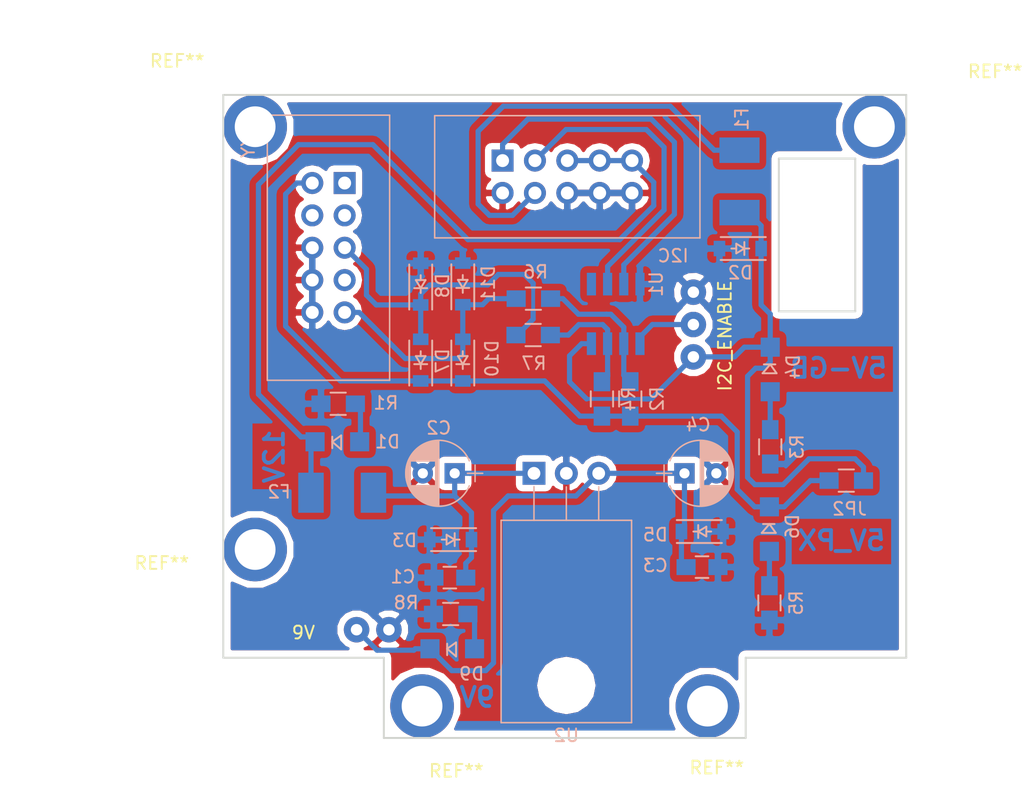
<source format=kicad_pcb>
(kicad_pcb (version 4) (host pcbnew 4.0.7-e2-6376~58~ubuntu16.04.1)

  (general
    (links 65)
    (no_connects 0)
    (area 99.924999 99.924999 153.675001 150.575001)
    (thickness 1.6)
    (drawings 16)
    (tracks 163)
    (zones 0)
    (modules 37)
    (nets 23)
  )

  (page A4)
  (layers
    (0 F.Cu signal)
    (31 B.Cu signal)
    (32 B.Adhes user)
    (33 F.Adhes user)
    (34 B.Paste user)
    (35 F.Paste user)
    (36 B.SilkS user)
    (37 F.SilkS user)
    (38 B.Mask user)
    (39 F.Mask user)
    (40 Dwgs.User user)
    (41 Cmts.User user)
    (42 Eco1.User user)
    (43 Eco2.User user)
    (44 Edge.Cuts user)
    (45 Margin user)
    (46 B.CrtYd user)
    (47 F.CrtYd user)
    (48 B.Fab user)
    (49 F.Fab user)
  )

  (setup
    (last_trace_width 0.4064)
    (trace_clearance 0.4064)
    (zone_clearance 0.508)
    (zone_45_only no)
    (trace_min 0.2)
    (segment_width 0.2)
    (edge_width 0.15)
    (via_size 1.524)
    (via_drill 1.016)
    (via_min_size 0.4)
    (via_min_drill 0.3)
    (uvia_size 0.3)
    (uvia_drill 0.1)
    (uvias_allowed no)
    (uvia_min_size 0)
    (uvia_min_drill 0)
    (pcb_text_width 0.3)
    (pcb_text_size 1.5 1.5)
    (mod_edge_width 0.15)
    (mod_text_size 1 1)
    (mod_text_width 0.15)
    (pad_size 1.524 1.524)
    (pad_drill 0.762)
    (pad_to_mask_clearance 0.2)
    (aux_axis_origin 0 0)
    (grid_origin 100 100)
    (visible_elements FFFEFFFF)
    (pcbplotparams
      (layerselection 0x01000_80000001)
      (usegerberextensions false)
      (excludeedgelayer true)
      (linewidth 0.100000)
      (plotframeref false)
      (viasonmask false)
      (mode 1)
      (useauxorigin false)
      (hpglpennumber 1)
      (hpglpenspeed 20)
      (hpglpendiameter 15)
      (hpglpenoverlay 2)
      (psnegative false)
      (psa4output false)
      (plotreference true)
      (plotvalue true)
      (plotinvisibletext false)
      (padsonsilk false)
      (subtractmaskfromsilk false)
      (outputformat 4)
      (mirror false)
      (drillshape 0)
      (scaleselection 1)
      (outputdirectory test))
  )

  (net 0 "")
  (net 1 "Net-(C1-Pad1)")
  (net 2 GND)
  (net 3 "Net-(C3-Pad1)")
  (net 4 "Net-(D1-Pad1)")
  (net 5 "Net-(D1-Pad2)")
  (net 6 +5VA)
  (net 7 "Net-(D4-Pad1)")
  (net 8 "Net-(D6-Pad1)")
  (net 9 +5VP)
  (net 10 "Net-(D7-Pad2)")
  (net 11 "Net-(D9-Pad1)")
  (net 12 "Net-(D10-Pad2)")
  (net 13 "Net-(F1-Pad2)")
  (net 14 "Net-(J1-Pad1)")
  (net 15 "Net-(J1-Pad3)")
  (net 16 "Net-(J3-Pad1)")
  (net 17 "Net-(J3-Pad3)")
  (net 18 "Net-(J3-Pad4)")
  (net 19 "Net-(J3-Pad7)")
  (net 20 "Net-(JP1-Pad2)")
  (net 21 "Net-(R2-Pad2)")
  (net 22 "Net-(R4-Pad2)")

  (net_class Default "This is the default net class."
    (clearance 0.4064)
    (trace_width 0.4064)
    (via_dia 1.524)
    (via_drill 1.016)
    (uvia_dia 0.3)
    (uvia_drill 0.1)
    (add_net +5VA)
    (add_net +5VP)
    (add_net GND)
    (add_net "Net-(C1-Pad1)")
    (add_net "Net-(C3-Pad1)")
    (add_net "Net-(D1-Pad1)")
    (add_net "Net-(D1-Pad2)")
    (add_net "Net-(D10-Pad2)")
    (add_net "Net-(D4-Pad1)")
    (add_net "Net-(D6-Pad1)")
    (add_net "Net-(D7-Pad2)")
    (add_net "Net-(D9-Pad1)")
    (add_net "Net-(F1-Pad2)")
    (add_net "Net-(J1-Pad1)")
    (add_net "Net-(J1-Pad3)")
    (add_net "Net-(J3-Pad1)")
    (add_net "Net-(J3-Pad3)")
    (add_net "Net-(J3-Pad4)")
    (add_net "Net-(J3-Pad7)")
    (add_net "Net-(JP1-Pad2)")
    (add_net "Net-(R2-Pad2)")
    (add_net "Net-(R4-Pad2)")
  )

  (module footprint:Mountinghole (layer F.Cu) (tedit 587C9849) (tstamp 59C4175F)
    (at 102.5 135.7)
    (fp_text reference REF** (at -7.326 1.0665) (layer F.SilkS)
      (effects (font (size 1 1) (thickness 0.15)))
    )
    (fp_text value Mountinghole (at -14.946 -2.7435) (layer F.Fab)
      (effects (font (size 1 1) (thickness 0.15)))
    )
    (pad "" np_thru_hole circle (at 0 0) (size 5 5) (drill 3.2) (layers *.Cu *.Mask))
  )

  (module footprint:Mountinghole (layer F.Cu) (tedit 587C9849) (tstamp 59C417EF)
    (at 115.6 148)
    (fp_text reference REF** (at 2.688 5.086) (layer F.SilkS)
      (effects (font (size 1 1) (thickness 0.15)))
    )
    (fp_text value Mountinghole (at -10.393 -0.756) (layer F.Fab)
      (effects (font (size 1 1) (thickness 0.15)))
    )
    (pad "" np_thru_hole circle (at 0 0) (size 5 5) (drill 3.2) (layers *.Cu *.Mask))
  )

  (module footprint:Mountinghole (layer F.Cu) (tedit 587C9849) (tstamp 59C41746)
    (at 151.1 102.5)
    (fp_text reference REF** (at 9.479 -4.3415) (layer F.SilkS)
      (effects (font (size 1 1) (thickness 0.15)))
    )
    (fp_text value Mountinghole (at -0.935 -9.104) (layer F.Fab)
      (effects (font (size 1 1) (thickness 0.15)))
    )
    (pad "" np_thru_hole circle (at 0 0) (size 5 5) (drill 3.2) (layers *.Cu *.Mask))
  )

  (module footprint:Mountinghole (layer F.Cu) (tedit 587C9849) (tstamp 59C4180A)
    (at 138 148)
    (fp_text reference REF** (at 0.735 4.832) (layer F.SilkS)
      (effects (font (size 1 1) (thickness 0.15)))
    )
    (fp_text value Mountinghole (at 9.8155 0.514) (layer F.Fab)
      (effects (font (size 1 1) (thickness 0.15)))
    )
    (pad "" np_thru_hole circle (at 0 0) (size 5 5) (drill 3.2) (layers *.Cu *.Mask))
  )

  (module footprint:C_0805 (layer B.Cu) (tedit 541A9B8D) (tstamp 59C41331)
    (at 117.78 137.9095 180)
    (descr "Capacitor SMD 0805, hand soldering")
    (tags "capacitor 0805")
    (path /59AEC55D)
    (attr smd)
    (fp_text reference C1 (at 3.683 0.0635 180) (layer B.SilkS)
      (effects (font (size 1 1) (thickness 0.15)) (justify mirror))
    )
    (fp_text value 100n (at 0 -2.1 180) (layer B.Fab)
      (effects (font (size 1 1) (thickness 0.15)) (justify mirror))
    )
    (fp_line (start -2.3 1) (end 2.3 1) (layer B.CrtYd) (width 0.05))
    (fp_line (start -2.3 -1) (end 2.3 -1) (layer B.CrtYd) (width 0.05))
    (fp_line (start -2.3 1) (end -2.3 -1) (layer B.CrtYd) (width 0.05))
    (fp_line (start 2.3 1) (end 2.3 -1) (layer B.CrtYd) (width 0.05))
    (fp_line (start 0.5 0.85) (end -0.5 0.85) (layer B.SilkS) (width 0.15))
    (fp_line (start -0.5 -0.85) (end 0.5 -0.85) (layer B.SilkS) (width 0.15))
    (pad 1 smd rect (at -1.25 0 180) (size 1.5 1.25) (layers B.Cu B.Paste B.Mask)
      (net 1 "Net-(C1-Pad1)"))
    (pad 2 smd rect (at 1.25 0 180) (size 1.5 1.25) (layers B.Cu B.Paste B.Mask)
      (net 2 GND))
    (model Capacitors_SMD.3dshapes/C_0805_HandSoldering.wrl
      (at (xyz 0 0 0))
      (scale (xyz 1 1 1))
      (rotate (xyz 0 0 0))
    )
  )

  (module Capacitors_THT:CP_Radial_D5.0mm_P2.50mm (layer B.Cu) (tedit 58765D06) (tstamp 59C41337)
    (at 118.161 129.718 180)
    (descr "CP, Radial series, Radial, pin pitch=2.50mm, , diameter=5mm, Electrolytic Capacitor")
    (tags "CP Radial series Radial pin pitch 2.50mm  diameter 5mm Electrolytic Capacitor")
    (path /59AEC5EB)
    (fp_text reference C2 (at 1.25 3.56 180) (layer B.SilkS)
      (effects (font (size 1 1) (thickness 0.15)) (justify mirror))
    )
    (fp_text value 47u (at 1.25 -3.56 180) (layer B.Fab)
      (effects (font (size 1 1) (thickness 0.15)) (justify mirror))
    )
    (fp_arc (start 1.25 0) (end -1.147436 0.98) (angle -135.5) (layer B.SilkS) (width 0.12))
    (fp_arc (start 1.25 0) (end -1.147436 -0.98) (angle 135.5) (layer B.SilkS) (width 0.12))
    (fp_arc (start 1.25 0) (end 3.647436 0.98) (angle -44.5) (layer B.SilkS) (width 0.12))
    (fp_circle (center 1.25 0) (end 3.75 0) (layer B.Fab) (width 0.1))
    (fp_line (start -2.2 0) (end -1 0) (layer B.Fab) (width 0.1))
    (fp_line (start -1.6 0.65) (end -1.6 -0.65) (layer B.Fab) (width 0.1))
    (fp_line (start 1.25 2.55) (end 1.25 -2.55) (layer B.SilkS) (width 0.12))
    (fp_line (start 1.29 2.55) (end 1.29 -2.55) (layer B.SilkS) (width 0.12))
    (fp_line (start 1.33 2.549) (end 1.33 -2.549) (layer B.SilkS) (width 0.12))
    (fp_line (start 1.37 2.548) (end 1.37 -2.548) (layer B.SilkS) (width 0.12))
    (fp_line (start 1.41 2.546) (end 1.41 -2.546) (layer B.SilkS) (width 0.12))
    (fp_line (start 1.45 2.543) (end 1.45 -2.543) (layer B.SilkS) (width 0.12))
    (fp_line (start 1.49 2.539) (end 1.49 -2.539) (layer B.SilkS) (width 0.12))
    (fp_line (start 1.53 2.535) (end 1.53 0.98) (layer B.SilkS) (width 0.12))
    (fp_line (start 1.53 -0.98) (end 1.53 -2.535) (layer B.SilkS) (width 0.12))
    (fp_line (start 1.57 2.531) (end 1.57 0.98) (layer B.SilkS) (width 0.12))
    (fp_line (start 1.57 -0.98) (end 1.57 -2.531) (layer B.SilkS) (width 0.12))
    (fp_line (start 1.61 2.525) (end 1.61 0.98) (layer B.SilkS) (width 0.12))
    (fp_line (start 1.61 -0.98) (end 1.61 -2.525) (layer B.SilkS) (width 0.12))
    (fp_line (start 1.65 2.519) (end 1.65 0.98) (layer B.SilkS) (width 0.12))
    (fp_line (start 1.65 -0.98) (end 1.65 -2.519) (layer B.SilkS) (width 0.12))
    (fp_line (start 1.69 2.513) (end 1.69 0.98) (layer B.SilkS) (width 0.12))
    (fp_line (start 1.69 -0.98) (end 1.69 -2.513) (layer B.SilkS) (width 0.12))
    (fp_line (start 1.73 2.506) (end 1.73 0.98) (layer B.SilkS) (width 0.12))
    (fp_line (start 1.73 -0.98) (end 1.73 -2.506) (layer B.SilkS) (width 0.12))
    (fp_line (start 1.77 2.498) (end 1.77 0.98) (layer B.SilkS) (width 0.12))
    (fp_line (start 1.77 -0.98) (end 1.77 -2.498) (layer B.SilkS) (width 0.12))
    (fp_line (start 1.81 2.489) (end 1.81 0.98) (layer B.SilkS) (width 0.12))
    (fp_line (start 1.81 -0.98) (end 1.81 -2.489) (layer B.SilkS) (width 0.12))
    (fp_line (start 1.85 2.48) (end 1.85 0.98) (layer B.SilkS) (width 0.12))
    (fp_line (start 1.85 -0.98) (end 1.85 -2.48) (layer B.SilkS) (width 0.12))
    (fp_line (start 1.89 2.47) (end 1.89 0.98) (layer B.SilkS) (width 0.12))
    (fp_line (start 1.89 -0.98) (end 1.89 -2.47) (layer B.SilkS) (width 0.12))
    (fp_line (start 1.93 2.46) (end 1.93 0.98) (layer B.SilkS) (width 0.12))
    (fp_line (start 1.93 -0.98) (end 1.93 -2.46) (layer B.SilkS) (width 0.12))
    (fp_line (start 1.971 2.448) (end 1.971 0.98) (layer B.SilkS) (width 0.12))
    (fp_line (start 1.971 -0.98) (end 1.971 -2.448) (layer B.SilkS) (width 0.12))
    (fp_line (start 2.011 2.436) (end 2.011 0.98) (layer B.SilkS) (width 0.12))
    (fp_line (start 2.011 -0.98) (end 2.011 -2.436) (layer B.SilkS) (width 0.12))
    (fp_line (start 2.051 2.424) (end 2.051 0.98) (layer B.SilkS) (width 0.12))
    (fp_line (start 2.051 -0.98) (end 2.051 -2.424) (layer B.SilkS) (width 0.12))
    (fp_line (start 2.091 2.41) (end 2.091 0.98) (layer B.SilkS) (width 0.12))
    (fp_line (start 2.091 -0.98) (end 2.091 -2.41) (layer B.SilkS) (width 0.12))
    (fp_line (start 2.131 2.396) (end 2.131 0.98) (layer B.SilkS) (width 0.12))
    (fp_line (start 2.131 -0.98) (end 2.131 -2.396) (layer B.SilkS) (width 0.12))
    (fp_line (start 2.171 2.382) (end 2.171 0.98) (layer B.SilkS) (width 0.12))
    (fp_line (start 2.171 -0.98) (end 2.171 -2.382) (layer B.SilkS) (width 0.12))
    (fp_line (start 2.211 2.366) (end 2.211 0.98) (layer B.SilkS) (width 0.12))
    (fp_line (start 2.211 -0.98) (end 2.211 -2.366) (layer B.SilkS) (width 0.12))
    (fp_line (start 2.251 2.35) (end 2.251 0.98) (layer B.SilkS) (width 0.12))
    (fp_line (start 2.251 -0.98) (end 2.251 -2.35) (layer B.SilkS) (width 0.12))
    (fp_line (start 2.291 2.333) (end 2.291 0.98) (layer B.SilkS) (width 0.12))
    (fp_line (start 2.291 -0.98) (end 2.291 -2.333) (layer B.SilkS) (width 0.12))
    (fp_line (start 2.331 2.315) (end 2.331 0.98) (layer B.SilkS) (width 0.12))
    (fp_line (start 2.331 -0.98) (end 2.331 -2.315) (layer B.SilkS) (width 0.12))
    (fp_line (start 2.371 2.296) (end 2.371 0.98) (layer B.SilkS) (width 0.12))
    (fp_line (start 2.371 -0.98) (end 2.371 -2.296) (layer B.SilkS) (width 0.12))
    (fp_line (start 2.411 2.276) (end 2.411 0.98) (layer B.SilkS) (width 0.12))
    (fp_line (start 2.411 -0.98) (end 2.411 -2.276) (layer B.SilkS) (width 0.12))
    (fp_line (start 2.451 2.256) (end 2.451 0.98) (layer B.SilkS) (width 0.12))
    (fp_line (start 2.451 -0.98) (end 2.451 -2.256) (layer B.SilkS) (width 0.12))
    (fp_line (start 2.491 2.234) (end 2.491 0.98) (layer B.SilkS) (width 0.12))
    (fp_line (start 2.491 -0.98) (end 2.491 -2.234) (layer B.SilkS) (width 0.12))
    (fp_line (start 2.531 2.212) (end 2.531 0.98) (layer B.SilkS) (width 0.12))
    (fp_line (start 2.531 -0.98) (end 2.531 -2.212) (layer B.SilkS) (width 0.12))
    (fp_line (start 2.571 2.189) (end 2.571 0.98) (layer B.SilkS) (width 0.12))
    (fp_line (start 2.571 -0.98) (end 2.571 -2.189) (layer B.SilkS) (width 0.12))
    (fp_line (start 2.611 2.165) (end 2.611 0.98) (layer B.SilkS) (width 0.12))
    (fp_line (start 2.611 -0.98) (end 2.611 -2.165) (layer B.SilkS) (width 0.12))
    (fp_line (start 2.651 2.14) (end 2.651 0.98) (layer B.SilkS) (width 0.12))
    (fp_line (start 2.651 -0.98) (end 2.651 -2.14) (layer B.SilkS) (width 0.12))
    (fp_line (start 2.691 2.113) (end 2.691 0.98) (layer B.SilkS) (width 0.12))
    (fp_line (start 2.691 -0.98) (end 2.691 -2.113) (layer B.SilkS) (width 0.12))
    (fp_line (start 2.731 2.086) (end 2.731 0.98) (layer B.SilkS) (width 0.12))
    (fp_line (start 2.731 -0.98) (end 2.731 -2.086) (layer B.SilkS) (width 0.12))
    (fp_line (start 2.771 2.058) (end 2.771 0.98) (layer B.SilkS) (width 0.12))
    (fp_line (start 2.771 -0.98) (end 2.771 -2.058) (layer B.SilkS) (width 0.12))
    (fp_line (start 2.811 2.028) (end 2.811 0.98) (layer B.SilkS) (width 0.12))
    (fp_line (start 2.811 -0.98) (end 2.811 -2.028) (layer B.SilkS) (width 0.12))
    (fp_line (start 2.851 1.997) (end 2.851 0.98) (layer B.SilkS) (width 0.12))
    (fp_line (start 2.851 -0.98) (end 2.851 -1.997) (layer B.SilkS) (width 0.12))
    (fp_line (start 2.891 1.965) (end 2.891 0.98) (layer B.SilkS) (width 0.12))
    (fp_line (start 2.891 -0.98) (end 2.891 -1.965) (layer B.SilkS) (width 0.12))
    (fp_line (start 2.931 1.932) (end 2.931 0.98) (layer B.SilkS) (width 0.12))
    (fp_line (start 2.931 -0.98) (end 2.931 -1.932) (layer B.SilkS) (width 0.12))
    (fp_line (start 2.971 1.897) (end 2.971 0.98) (layer B.SilkS) (width 0.12))
    (fp_line (start 2.971 -0.98) (end 2.971 -1.897) (layer B.SilkS) (width 0.12))
    (fp_line (start 3.011 1.861) (end 3.011 0.98) (layer B.SilkS) (width 0.12))
    (fp_line (start 3.011 -0.98) (end 3.011 -1.861) (layer B.SilkS) (width 0.12))
    (fp_line (start 3.051 1.823) (end 3.051 0.98) (layer B.SilkS) (width 0.12))
    (fp_line (start 3.051 -0.98) (end 3.051 -1.823) (layer B.SilkS) (width 0.12))
    (fp_line (start 3.091 1.783) (end 3.091 0.98) (layer B.SilkS) (width 0.12))
    (fp_line (start 3.091 -0.98) (end 3.091 -1.783) (layer B.SilkS) (width 0.12))
    (fp_line (start 3.131 1.742) (end 3.131 0.98) (layer B.SilkS) (width 0.12))
    (fp_line (start 3.131 -0.98) (end 3.131 -1.742) (layer B.SilkS) (width 0.12))
    (fp_line (start 3.171 1.699) (end 3.171 0.98) (layer B.SilkS) (width 0.12))
    (fp_line (start 3.171 -0.98) (end 3.171 -1.699) (layer B.SilkS) (width 0.12))
    (fp_line (start 3.211 1.654) (end 3.211 0.98) (layer B.SilkS) (width 0.12))
    (fp_line (start 3.211 -0.98) (end 3.211 -1.654) (layer B.SilkS) (width 0.12))
    (fp_line (start 3.251 1.606) (end 3.251 0.98) (layer B.SilkS) (width 0.12))
    (fp_line (start 3.251 -0.98) (end 3.251 -1.606) (layer B.SilkS) (width 0.12))
    (fp_line (start 3.291 1.556) (end 3.291 0.98) (layer B.SilkS) (width 0.12))
    (fp_line (start 3.291 -0.98) (end 3.291 -1.556) (layer B.SilkS) (width 0.12))
    (fp_line (start 3.331 1.504) (end 3.331 0.98) (layer B.SilkS) (width 0.12))
    (fp_line (start 3.331 -0.98) (end 3.331 -1.504) (layer B.SilkS) (width 0.12))
    (fp_line (start 3.371 1.448) (end 3.371 0.98) (layer B.SilkS) (width 0.12))
    (fp_line (start 3.371 -0.98) (end 3.371 -1.448) (layer B.SilkS) (width 0.12))
    (fp_line (start 3.411 1.39) (end 3.411 0.98) (layer B.SilkS) (width 0.12))
    (fp_line (start 3.411 -0.98) (end 3.411 -1.39) (layer B.SilkS) (width 0.12))
    (fp_line (start 3.451 1.327) (end 3.451 0.98) (layer B.SilkS) (width 0.12))
    (fp_line (start 3.451 -0.98) (end 3.451 -1.327) (layer B.SilkS) (width 0.12))
    (fp_line (start 3.491 1.261) (end 3.491 -1.261) (layer B.SilkS) (width 0.12))
    (fp_line (start 3.531 1.189) (end 3.531 -1.189) (layer B.SilkS) (width 0.12))
    (fp_line (start 3.571 1.112) (end 3.571 -1.112) (layer B.SilkS) (width 0.12))
    (fp_line (start 3.611 1.028) (end 3.611 -1.028) (layer B.SilkS) (width 0.12))
    (fp_line (start 3.651 0.934) (end 3.651 -0.934) (layer B.SilkS) (width 0.12))
    (fp_line (start 3.691 0.829) (end 3.691 -0.829) (layer B.SilkS) (width 0.12))
    (fp_line (start 3.731 0.707) (end 3.731 -0.707) (layer B.SilkS) (width 0.12))
    (fp_line (start 3.771 0.559) (end 3.771 -0.559) (layer B.SilkS) (width 0.12))
    (fp_line (start 3.811 0.354) (end 3.811 -0.354) (layer B.SilkS) (width 0.12))
    (fp_line (start -2.2 0) (end -1 0) (layer B.SilkS) (width 0.12))
    (fp_line (start -1.6 0.65) (end -1.6 -0.65) (layer B.SilkS) (width 0.12))
    (fp_line (start -1.6 2.85) (end -1.6 -2.85) (layer B.CrtYd) (width 0.05))
    (fp_line (start -1.6 -2.85) (end 4.1 -2.85) (layer B.CrtYd) (width 0.05))
    (fp_line (start 4.1 -2.85) (end 4.1 2.85) (layer B.CrtYd) (width 0.05))
    (fp_line (start 4.1 2.85) (end -1.6 2.85) (layer B.CrtYd) (width 0.05))
    (pad 1 thru_hole rect (at 0 0 180) (size 1.6 1.6) (drill 0.8) (layers *.Cu *.Mask)
      (net 1 "Net-(C1-Pad1)"))
    (pad 2 thru_hole circle (at 2.5 0 180) (size 1.6 1.6) (drill 0.8) (layers *.Cu *.Mask)
      (net 2 GND))
    (model Capacitors_ThroughHole.3dshapes/CP_Radial_D5.0mm_P2.50mm.wrl
      (at (xyz 0 0 0))
      (scale (xyz 0.393701 0.393701 0.393701))
      (rotate (xyz 0 0 0))
    )
  )

  (module footprint:C_0805 (layer B.Cu) (tedit 541A9B8D) (tstamp 59C4133D)
    (at 137.572 137.084)
    (descr "Capacitor SMD 0805, hand soldering")
    (tags "capacitor 0805")
    (path /59AEC4F4)
    (attr smd)
    (fp_text reference C3 (at -3.663 -0.127) (layer B.SilkS)
      (effects (font (size 1 1) (thickness 0.15)) (justify mirror))
    )
    (fp_text value 100n (at 0 -2.1) (layer B.Fab)
      (effects (font (size 1 1) (thickness 0.15)) (justify mirror))
    )
    (fp_line (start -2.3 1) (end 2.3 1) (layer B.CrtYd) (width 0.05))
    (fp_line (start -2.3 -1) (end 2.3 -1) (layer B.CrtYd) (width 0.05))
    (fp_line (start -2.3 1) (end -2.3 -1) (layer B.CrtYd) (width 0.05))
    (fp_line (start 2.3 1) (end 2.3 -1) (layer B.CrtYd) (width 0.05))
    (fp_line (start 0.5 0.85) (end -0.5 0.85) (layer B.SilkS) (width 0.15))
    (fp_line (start -0.5 -0.85) (end 0.5 -0.85) (layer B.SilkS) (width 0.15))
    (pad 1 smd rect (at -1.25 0) (size 1.5 1.25) (layers B.Cu B.Paste B.Mask)
      (net 3 "Net-(C3-Pad1)"))
    (pad 2 smd rect (at 1.25 0) (size 1.5 1.25) (layers B.Cu B.Paste B.Mask)
      (net 2 GND))
    (model Capacitors_SMD.3dshapes/C_0805_HandSoldering.wrl
      (at (xyz 0 0 0))
      (scale (xyz 1 1 1))
      (rotate (xyz 0 0 0))
    )
  )

  (module Capacitors_THT:CP_Radial_D5.0mm_P2.50mm (layer B.Cu) (tedit 58765D06) (tstamp 59C41343)
    (at 136.195 129.718)
    (descr "CP, Radial series, Radial, pin pitch=2.50mm, , diameter=5mm, Electrolytic Capacitor")
    (tags "CP Radial series Radial pin pitch 2.50mm  diameter 5mm Electrolytic Capacitor")
    (path /59AEC66A)
    (fp_text reference C4 (at 1.0795 -3.81) (layer B.SilkS)
      (effects (font (size 1 1) (thickness 0.15)) (justify mirror))
    )
    (fp_text value 47u (at 1.25 -3.56) (layer B.Fab)
      (effects (font (size 1 1) (thickness 0.15)) (justify mirror))
    )
    (fp_arc (start 1.25 0) (end -1.147436 0.98) (angle -135.5) (layer B.SilkS) (width 0.12))
    (fp_arc (start 1.25 0) (end -1.147436 -0.98) (angle 135.5) (layer B.SilkS) (width 0.12))
    (fp_arc (start 1.25 0) (end 3.647436 0.98) (angle -44.5) (layer B.SilkS) (width 0.12))
    (fp_circle (center 1.25 0) (end 3.75 0) (layer B.Fab) (width 0.1))
    (fp_line (start -2.2 0) (end -1 0) (layer B.Fab) (width 0.1))
    (fp_line (start -1.6 0.65) (end -1.6 -0.65) (layer B.Fab) (width 0.1))
    (fp_line (start 1.25 2.55) (end 1.25 -2.55) (layer B.SilkS) (width 0.12))
    (fp_line (start 1.29 2.55) (end 1.29 -2.55) (layer B.SilkS) (width 0.12))
    (fp_line (start 1.33 2.549) (end 1.33 -2.549) (layer B.SilkS) (width 0.12))
    (fp_line (start 1.37 2.548) (end 1.37 -2.548) (layer B.SilkS) (width 0.12))
    (fp_line (start 1.41 2.546) (end 1.41 -2.546) (layer B.SilkS) (width 0.12))
    (fp_line (start 1.45 2.543) (end 1.45 -2.543) (layer B.SilkS) (width 0.12))
    (fp_line (start 1.49 2.539) (end 1.49 -2.539) (layer B.SilkS) (width 0.12))
    (fp_line (start 1.53 2.535) (end 1.53 0.98) (layer B.SilkS) (width 0.12))
    (fp_line (start 1.53 -0.98) (end 1.53 -2.535) (layer B.SilkS) (width 0.12))
    (fp_line (start 1.57 2.531) (end 1.57 0.98) (layer B.SilkS) (width 0.12))
    (fp_line (start 1.57 -0.98) (end 1.57 -2.531) (layer B.SilkS) (width 0.12))
    (fp_line (start 1.61 2.525) (end 1.61 0.98) (layer B.SilkS) (width 0.12))
    (fp_line (start 1.61 -0.98) (end 1.61 -2.525) (layer B.SilkS) (width 0.12))
    (fp_line (start 1.65 2.519) (end 1.65 0.98) (layer B.SilkS) (width 0.12))
    (fp_line (start 1.65 -0.98) (end 1.65 -2.519) (layer B.SilkS) (width 0.12))
    (fp_line (start 1.69 2.513) (end 1.69 0.98) (layer B.SilkS) (width 0.12))
    (fp_line (start 1.69 -0.98) (end 1.69 -2.513) (layer B.SilkS) (width 0.12))
    (fp_line (start 1.73 2.506) (end 1.73 0.98) (layer B.SilkS) (width 0.12))
    (fp_line (start 1.73 -0.98) (end 1.73 -2.506) (layer B.SilkS) (width 0.12))
    (fp_line (start 1.77 2.498) (end 1.77 0.98) (layer B.SilkS) (width 0.12))
    (fp_line (start 1.77 -0.98) (end 1.77 -2.498) (layer B.SilkS) (width 0.12))
    (fp_line (start 1.81 2.489) (end 1.81 0.98) (layer B.SilkS) (width 0.12))
    (fp_line (start 1.81 -0.98) (end 1.81 -2.489) (layer B.SilkS) (width 0.12))
    (fp_line (start 1.85 2.48) (end 1.85 0.98) (layer B.SilkS) (width 0.12))
    (fp_line (start 1.85 -0.98) (end 1.85 -2.48) (layer B.SilkS) (width 0.12))
    (fp_line (start 1.89 2.47) (end 1.89 0.98) (layer B.SilkS) (width 0.12))
    (fp_line (start 1.89 -0.98) (end 1.89 -2.47) (layer B.SilkS) (width 0.12))
    (fp_line (start 1.93 2.46) (end 1.93 0.98) (layer B.SilkS) (width 0.12))
    (fp_line (start 1.93 -0.98) (end 1.93 -2.46) (layer B.SilkS) (width 0.12))
    (fp_line (start 1.971 2.448) (end 1.971 0.98) (layer B.SilkS) (width 0.12))
    (fp_line (start 1.971 -0.98) (end 1.971 -2.448) (layer B.SilkS) (width 0.12))
    (fp_line (start 2.011 2.436) (end 2.011 0.98) (layer B.SilkS) (width 0.12))
    (fp_line (start 2.011 -0.98) (end 2.011 -2.436) (layer B.SilkS) (width 0.12))
    (fp_line (start 2.051 2.424) (end 2.051 0.98) (layer B.SilkS) (width 0.12))
    (fp_line (start 2.051 -0.98) (end 2.051 -2.424) (layer B.SilkS) (width 0.12))
    (fp_line (start 2.091 2.41) (end 2.091 0.98) (layer B.SilkS) (width 0.12))
    (fp_line (start 2.091 -0.98) (end 2.091 -2.41) (layer B.SilkS) (width 0.12))
    (fp_line (start 2.131 2.396) (end 2.131 0.98) (layer B.SilkS) (width 0.12))
    (fp_line (start 2.131 -0.98) (end 2.131 -2.396) (layer B.SilkS) (width 0.12))
    (fp_line (start 2.171 2.382) (end 2.171 0.98) (layer B.SilkS) (width 0.12))
    (fp_line (start 2.171 -0.98) (end 2.171 -2.382) (layer B.SilkS) (width 0.12))
    (fp_line (start 2.211 2.366) (end 2.211 0.98) (layer B.SilkS) (width 0.12))
    (fp_line (start 2.211 -0.98) (end 2.211 -2.366) (layer B.SilkS) (width 0.12))
    (fp_line (start 2.251 2.35) (end 2.251 0.98) (layer B.SilkS) (width 0.12))
    (fp_line (start 2.251 -0.98) (end 2.251 -2.35) (layer B.SilkS) (width 0.12))
    (fp_line (start 2.291 2.333) (end 2.291 0.98) (layer B.SilkS) (width 0.12))
    (fp_line (start 2.291 -0.98) (end 2.291 -2.333) (layer B.SilkS) (width 0.12))
    (fp_line (start 2.331 2.315) (end 2.331 0.98) (layer B.SilkS) (width 0.12))
    (fp_line (start 2.331 -0.98) (end 2.331 -2.315) (layer B.SilkS) (width 0.12))
    (fp_line (start 2.371 2.296) (end 2.371 0.98) (layer B.SilkS) (width 0.12))
    (fp_line (start 2.371 -0.98) (end 2.371 -2.296) (layer B.SilkS) (width 0.12))
    (fp_line (start 2.411 2.276) (end 2.411 0.98) (layer B.SilkS) (width 0.12))
    (fp_line (start 2.411 -0.98) (end 2.411 -2.276) (layer B.SilkS) (width 0.12))
    (fp_line (start 2.451 2.256) (end 2.451 0.98) (layer B.SilkS) (width 0.12))
    (fp_line (start 2.451 -0.98) (end 2.451 -2.256) (layer B.SilkS) (width 0.12))
    (fp_line (start 2.491 2.234) (end 2.491 0.98) (layer B.SilkS) (width 0.12))
    (fp_line (start 2.491 -0.98) (end 2.491 -2.234) (layer B.SilkS) (width 0.12))
    (fp_line (start 2.531 2.212) (end 2.531 0.98) (layer B.SilkS) (width 0.12))
    (fp_line (start 2.531 -0.98) (end 2.531 -2.212) (layer B.SilkS) (width 0.12))
    (fp_line (start 2.571 2.189) (end 2.571 0.98) (layer B.SilkS) (width 0.12))
    (fp_line (start 2.571 -0.98) (end 2.571 -2.189) (layer B.SilkS) (width 0.12))
    (fp_line (start 2.611 2.165) (end 2.611 0.98) (layer B.SilkS) (width 0.12))
    (fp_line (start 2.611 -0.98) (end 2.611 -2.165) (layer B.SilkS) (width 0.12))
    (fp_line (start 2.651 2.14) (end 2.651 0.98) (layer B.SilkS) (width 0.12))
    (fp_line (start 2.651 -0.98) (end 2.651 -2.14) (layer B.SilkS) (width 0.12))
    (fp_line (start 2.691 2.113) (end 2.691 0.98) (layer B.SilkS) (width 0.12))
    (fp_line (start 2.691 -0.98) (end 2.691 -2.113) (layer B.SilkS) (width 0.12))
    (fp_line (start 2.731 2.086) (end 2.731 0.98) (layer B.SilkS) (width 0.12))
    (fp_line (start 2.731 -0.98) (end 2.731 -2.086) (layer B.SilkS) (width 0.12))
    (fp_line (start 2.771 2.058) (end 2.771 0.98) (layer B.SilkS) (width 0.12))
    (fp_line (start 2.771 -0.98) (end 2.771 -2.058) (layer B.SilkS) (width 0.12))
    (fp_line (start 2.811 2.028) (end 2.811 0.98) (layer B.SilkS) (width 0.12))
    (fp_line (start 2.811 -0.98) (end 2.811 -2.028) (layer B.SilkS) (width 0.12))
    (fp_line (start 2.851 1.997) (end 2.851 0.98) (layer B.SilkS) (width 0.12))
    (fp_line (start 2.851 -0.98) (end 2.851 -1.997) (layer B.SilkS) (width 0.12))
    (fp_line (start 2.891 1.965) (end 2.891 0.98) (layer B.SilkS) (width 0.12))
    (fp_line (start 2.891 -0.98) (end 2.891 -1.965) (layer B.SilkS) (width 0.12))
    (fp_line (start 2.931 1.932) (end 2.931 0.98) (layer B.SilkS) (width 0.12))
    (fp_line (start 2.931 -0.98) (end 2.931 -1.932) (layer B.SilkS) (width 0.12))
    (fp_line (start 2.971 1.897) (end 2.971 0.98) (layer B.SilkS) (width 0.12))
    (fp_line (start 2.971 -0.98) (end 2.971 -1.897) (layer B.SilkS) (width 0.12))
    (fp_line (start 3.011 1.861) (end 3.011 0.98) (layer B.SilkS) (width 0.12))
    (fp_line (start 3.011 -0.98) (end 3.011 -1.861) (layer B.SilkS) (width 0.12))
    (fp_line (start 3.051 1.823) (end 3.051 0.98) (layer B.SilkS) (width 0.12))
    (fp_line (start 3.051 -0.98) (end 3.051 -1.823) (layer B.SilkS) (width 0.12))
    (fp_line (start 3.091 1.783) (end 3.091 0.98) (layer B.SilkS) (width 0.12))
    (fp_line (start 3.091 -0.98) (end 3.091 -1.783) (layer B.SilkS) (width 0.12))
    (fp_line (start 3.131 1.742) (end 3.131 0.98) (layer B.SilkS) (width 0.12))
    (fp_line (start 3.131 -0.98) (end 3.131 -1.742) (layer B.SilkS) (width 0.12))
    (fp_line (start 3.171 1.699) (end 3.171 0.98) (layer B.SilkS) (width 0.12))
    (fp_line (start 3.171 -0.98) (end 3.171 -1.699) (layer B.SilkS) (width 0.12))
    (fp_line (start 3.211 1.654) (end 3.211 0.98) (layer B.SilkS) (width 0.12))
    (fp_line (start 3.211 -0.98) (end 3.211 -1.654) (layer B.SilkS) (width 0.12))
    (fp_line (start 3.251 1.606) (end 3.251 0.98) (layer B.SilkS) (width 0.12))
    (fp_line (start 3.251 -0.98) (end 3.251 -1.606) (layer B.SilkS) (width 0.12))
    (fp_line (start 3.291 1.556) (end 3.291 0.98) (layer B.SilkS) (width 0.12))
    (fp_line (start 3.291 -0.98) (end 3.291 -1.556) (layer B.SilkS) (width 0.12))
    (fp_line (start 3.331 1.504) (end 3.331 0.98) (layer B.SilkS) (width 0.12))
    (fp_line (start 3.331 -0.98) (end 3.331 -1.504) (layer B.SilkS) (width 0.12))
    (fp_line (start 3.371 1.448) (end 3.371 0.98) (layer B.SilkS) (width 0.12))
    (fp_line (start 3.371 -0.98) (end 3.371 -1.448) (layer B.SilkS) (width 0.12))
    (fp_line (start 3.411 1.39) (end 3.411 0.98) (layer B.SilkS) (width 0.12))
    (fp_line (start 3.411 -0.98) (end 3.411 -1.39) (layer B.SilkS) (width 0.12))
    (fp_line (start 3.451 1.327) (end 3.451 0.98) (layer B.SilkS) (width 0.12))
    (fp_line (start 3.451 -0.98) (end 3.451 -1.327) (layer B.SilkS) (width 0.12))
    (fp_line (start 3.491 1.261) (end 3.491 -1.261) (layer B.SilkS) (width 0.12))
    (fp_line (start 3.531 1.189) (end 3.531 -1.189) (layer B.SilkS) (width 0.12))
    (fp_line (start 3.571 1.112) (end 3.571 -1.112) (layer B.SilkS) (width 0.12))
    (fp_line (start 3.611 1.028) (end 3.611 -1.028) (layer B.SilkS) (width 0.12))
    (fp_line (start 3.651 0.934) (end 3.651 -0.934) (layer B.SilkS) (width 0.12))
    (fp_line (start 3.691 0.829) (end 3.691 -0.829) (layer B.SilkS) (width 0.12))
    (fp_line (start 3.731 0.707) (end 3.731 -0.707) (layer B.SilkS) (width 0.12))
    (fp_line (start 3.771 0.559) (end 3.771 -0.559) (layer B.SilkS) (width 0.12))
    (fp_line (start 3.811 0.354) (end 3.811 -0.354) (layer B.SilkS) (width 0.12))
    (fp_line (start -2.2 0) (end -1 0) (layer B.SilkS) (width 0.12))
    (fp_line (start -1.6 0.65) (end -1.6 -0.65) (layer B.SilkS) (width 0.12))
    (fp_line (start -1.6 2.85) (end -1.6 -2.85) (layer B.CrtYd) (width 0.05))
    (fp_line (start -1.6 -2.85) (end 4.1 -2.85) (layer B.CrtYd) (width 0.05))
    (fp_line (start 4.1 -2.85) (end 4.1 2.85) (layer B.CrtYd) (width 0.05))
    (fp_line (start 4.1 2.85) (end -1.6 2.85) (layer B.CrtYd) (width 0.05))
    (pad 1 thru_hole rect (at 0 0) (size 1.6 1.6) (drill 0.8) (layers *.Cu *.Mask)
      (net 3 "Net-(C3-Pad1)"))
    (pad 2 thru_hole circle (at 2.5 0) (size 1.6 1.6) (drill 0.8) (layers *.Cu *.Mask)
      (net 2 GND))
    (model Capacitors_ThroughHole.3dshapes/CP_Radial_D5.0mm_P2.50mm.wrl
      (at (xyz 0 0 0))
      (scale (xyz 0.393701 0.393701 0.393701))
      (rotate (xyz 0 0 0))
    )
  )

  (module footprint:1206_LED (layer B.Cu) (tedit 584E9A37) (tstamp 59C41349)
    (at 108.9535 127.2415)
    (path /59AF0644)
    (fp_text reference D1 (at 3.937 0) (layer B.SilkS)
      (effects (font (size 1 1) (thickness 0.15)) (justify mirror))
    )
    (fp_text value LED (at 0.3 1.7) (layer B.Fab)
      (effects (font (size 1 1) (thickness 0.15)) (justify mirror))
    )
    (fp_line (start -0.4 0.5) (end -0.4 -0.4) (layer B.SilkS) (width 0.15))
    (fp_line (start -0.4 0) (end 0.3 0.6) (layer B.SilkS) (width 0.15))
    (fp_line (start 0.3 0.6) (end 0.3 -0.5) (layer B.SilkS) (width 0.15))
    (fp_line (start 0.3 -0.5) (end -0.4 0) (layer B.SilkS) (width 0.15))
    (pad 1 smd rect (at 1.75 0) (size 1.5 1.5) (layers B.Cu B.Paste B.Mask)
      (net 4 "Net-(D1-Pad1)"))
    (pad 2 smd rect (at -1.75 0) (size 1.5 1.5) (layers B.Cu B.Paste B.Mask)
      (net 5 "Net-(D1-Pad2)"))
  )

  (module footprint:Shotkey-SOD-123 (layer B.Cu) (tedit 5530FCB9) (tstamp 59C4134F)
    (at 140.5765 112.065 180)
    (descr SOD-123)
    (tags SOD-123)
    (path /59AEEC50)
    (attr smd)
    (fp_text reference D2 (at 0 -1.905 180) (layer B.SilkS)
      (effects (font (size 1 1) (thickness 0.15)) (justify mirror))
    )
    (fp_text value D_Schottky (at 0 -2.1 180) (layer B.Fab)
      (effects (font (size 1 1) (thickness 0.15)) (justify mirror))
    )
    (fp_line (start 0.3175 0) (end 0.6985 0) (layer B.SilkS) (width 0.15))
    (fp_line (start -0.6985 0) (end -0.3175 0) (layer B.SilkS) (width 0.15))
    (fp_line (start -0.3175 0) (end 0.3175 0.381) (layer B.SilkS) (width 0.15))
    (fp_line (start 0.3175 0.381) (end 0.3175 -0.381) (layer B.SilkS) (width 0.15))
    (fp_line (start 0.3175 -0.381) (end -0.3175 0) (layer B.SilkS) (width 0.15))
    (fp_line (start -0.3175 0.508) (end -0.3175 -0.508) (layer B.SilkS) (width 0.15))
    (fp_line (start -2.25 1.05) (end 2.25 1.05) (layer B.CrtYd) (width 0.05))
    (fp_line (start 2.25 1.05) (end 2.25 -1.05) (layer B.CrtYd) (width 0.05))
    (fp_line (start 2.25 -1.05) (end -2.25 -1.05) (layer B.CrtYd) (width 0.05))
    (fp_line (start -2.25 1.05) (end -2.25 -1.05) (layer B.CrtYd) (width 0.05))
    (fp_line (start -2 -0.9) (end 1.54 -0.9) (layer B.SilkS) (width 0.15))
    (fp_line (start -2 0.9) (end 1.54 0.9) (layer B.SilkS) (width 0.15))
    (pad 1 smd rect (at -1.635 0 180) (size 0.91 1.22) (layers B.Cu B.Paste B.Mask)
      (net 6 +5VA))
    (pad 2 smd rect (at 1.635 0 180) (size 0.91 1.22) (layers B.Cu B.Paste B.Mask)
      (net 2 GND))
  )

  (module footprint:Shotkey-SOD-123 (layer B.Cu) (tedit 5530FCB9) (tstamp 59C41355)
    (at 117.8435 134.925 180)
    (descr SOD-123)
    (tags SOD-123)
    (path /59AECCD8)
    (attr smd)
    (fp_text reference D3 (at 3.6195 -0.0635 180) (layer B.SilkS)
      (effects (font (size 1 1) (thickness 0.15)) (justify mirror))
    )
    (fp_text value D_Schottky (at 0 -2.1 180) (layer B.Fab)
      (effects (font (size 1 1) (thickness 0.15)) (justify mirror))
    )
    (fp_line (start 0.3175 0) (end 0.6985 0) (layer B.SilkS) (width 0.15))
    (fp_line (start -0.6985 0) (end -0.3175 0) (layer B.SilkS) (width 0.15))
    (fp_line (start -0.3175 0) (end 0.3175 0.381) (layer B.SilkS) (width 0.15))
    (fp_line (start 0.3175 0.381) (end 0.3175 -0.381) (layer B.SilkS) (width 0.15))
    (fp_line (start 0.3175 -0.381) (end -0.3175 0) (layer B.SilkS) (width 0.15))
    (fp_line (start -0.3175 0.508) (end -0.3175 -0.508) (layer B.SilkS) (width 0.15))
    (fp_line (start -2.25 1.05) (end 2.25 1.05) (layer B.CrtYd) (width 0.05))
    (fp_line (start 2.25 1.05) (end 2.25 -1.05) (layer B.CrtYd) (width 0.05))
    (fp_line (start 2.25 -1.05) (end -2.25 -1.05) (layer B.CrtYd) (width 0.05))
    (fp_line (start -2.25 1.05) (end -2.25 -1.05) (layer B.CrtYd) (width 0.05))
    (fp_line (start -2 -0.9) (end 1.54 -0.9) (layer B.SilkS) (width 0.15))
    (fp_line (start -2 0.9) (end 1.54 0.9) (layer B.SilkS) (width 0.15))
    (pad 1 smd rect (at -1.635 0 180) (size 0.91 1.22) (layers B.Cu B.Paste B.Mask)
      (net 1 "Net-(C1-Pad1)"))
    (pad 2 smd rect (at 1.635 0 180) (size 0.91 1.22) (layers B.Cu B.Paste B.Mask)
      (net 2 GND))
  )

  (module footprint:1206_LED (layer B.Cu) (tedit 584E9A37) (tstamp 59C4135B)
    (at 142.926 121.562 270)
    (path /59AF0C76)
    (fp_text reference D4 (at -0.2 -1.8 270) (layer B.SilkS)
      (effects (font (size 1 1) (thickness 0.15)) (justify mirror))
    )
    (fp_text value LED (at 0.3 1.7 270) (layer B.Fab)
      (effects (font (size 1 1) (thickness 0.15)) (justify mirror))
    )
    (fp_line (start -0.4 0.5) (end -0.4 -0.4) (layer B.SilkS) (width 0.15))
    (fp_line (start -0.4 0) (end 0.3 0.6) (layer B.SilkS) (width 0.15))
    (fp_line (start 0.3 0.6) (end 0.3 -0.5) (layer B.SilkS) (width 0.15))
    (fp_line (start 0.3 -0.5) (end -0.4 0) (layer B.SilkS) (width 0.15))
    (pad 1 smd rect (at 1.75 0 270) (size 1.5 1.5) (layers B.Cu B.Paste B.Mask)
      (net 7 "Net-(D4-Pad1)"))
    (pad 2 smd rect (at -1.75 0 270) (size 1.5 1.5) (layers B.Cu B.Paste B.Mask)
      (net 6 +5VA))
  )

  (module footprint:Shotkey-SOD-123 (layer B.Cu) (tedit 5530FCB9) (tstamp 59C41361)
    (at 137.592 134.29)
    (descr SOD-123)
    (tags SOD-123)
    (path /59AECC76)
    (attr smd)
    (fp_text reference D5 (at -3.683 0.254) (layer B.SilkS)
      (effects (font (size 1 1) (thickness 0.15)) (justify mirror))
    )
    (fp_text value D_Schottky (at 0 -2.1) (layer B.Fab)
      (effects (font (size 1 1) (thickness 0.15)) (justify mirror))
    )
    (fp_line (start 0.3175 0) (end 0.6985 0) (layer B.SilkS) (width 0.15))
    (fp_line (start -0.6985 0) (end -0.3175 0) (layer B.SilkS) (width 0.15))
    (fp_line (start -0.3175 0) (end 0.3175 0.381) (layer B.SilkS) (width 0.15))
    (fp_line (start 0.3175 0.381) (end 0.3175 -0.381) (layer B.SilkS) (width 0.15))
    (fp_line (start 0.3175 -0.381) (end -0.3175 0) (layer B.SilkS) (width 0.15))
    (fp_line (start -0.3175 0.508) (end -0.3175 -0.508) (layer B.SilkS) (width 0.15))
    (fp_line (start -2.25 1.05) (end 2.25 1.05) (layer B.CrtYd) (width 0.05))
    (fp_line (start 2.25 1.05) (end 2.25 -1.05) (layer B.CrtYd) (width 0.05))
    (fp_line (start 2.25 -1.05) (end -2.25 -1.05) (layer B.CrtYd) (width 0.05))
    (fp_line (start -2.25 1.05) (end -2.25 -1.05) (layer B.CrtYd) (width 0.05))
    (fp_line (start -2 -0.9) (end 1.54 -0.9) (layer B.SilkS) (width 0.15))
    (fp_line (start -2 0.9) (end 1.54 0.9) (layer B.SilkS) (width 0.15))
    (pad 1 smd rect (at -1.635 0) (size 0.91 1.22) (layers B.Cu B.Paste B.Mask)
      (net 3 "Net-(C3-Pad1)"))
    (pad 2 smd rect (at 1.635 0) (size 0.91 1.22) (layers B.Cu B.Paste B.Mask)
      (net 2 GND))
  )

  (module footprint:1206_LED (layer B.Cu) (tedit 584E9A37) (tstamp 59C41367)
    (at 142.8625 134.0995 270)
    (path /59AF0A24)
    (fp_text reference D6 (at -0.2 -1.8 270) (layer B.SilkS)
      (effects (font (size 1 1) (thickness 0.15)) (justify mirror))
    )
    (fp_text value LED (at 0.127 -2.54 270) (layer B.Fab)
      (effects (font (size 1 1) (thickness 0.15)) (justify mirror))
    )
    (fp_line (start -0.4 0.5) (end -0.4 -0.4) (layer B.SilkS) (width 0.15))
    (fp_line (start -0.4 0) (end 0.3 0.6) (layer B.SilkS) (width 0.15))
    (fp_line (start 0.3 0.6) (end 0.3 -0.5) (layer B.SilkS) (width 0.15))
    (fp_line (start 0.3 -0.5) (end -0.4 0) (layer B.SilkS) (width 0.15))
    (pad 1 smd rect (at 1.75 0 270) (size 1.5 1.5) (layers B.Cu B.Paste B.Mask)
      (net 8 "Net-(D6-Pad1)"))
    (pad 2 smd rect (at -1.75 0 270) (size 1.5 1.5) (layers B.Cu B.Paste B.Mask)
      (net 9 +5VP))
  )

  (module footprint:Shotkey-SOD-123 (layer B.Cu) (tedit 5530FCB9) (tstamp 59C4136D)
    (at 115.494 120.828 90)
    (descr SOD-123)
    (tags SOD-123)
    (path /59AEB955)
    (attr smd)
    (fp_text reference D7 (at -0.0635 1.7145 90) (layer B.SilkS)
      (effects (font (size 1 1) (thickness 0.15)) (justify mirror))
    )
    (fp_text value D_Schottky (at 0 -2.1 90) (layer B.Fab)
      (effects (font (size 1 1) (thickness 0.15)) (justify mirror))
    )
    (fp_line (start 0.3175 0) (end 0.6985 0) (layer B.SilkS) (width 0.15))
    (fp_line (start -0.6985 0) (end -0.3175 0) (layer B.SilkS) (width 0.15))
    (fp_line (start -0.3175 0) (end 0.3175 0.381) (layer B.SilkS) (width 0.15))
    (fp_line (start 0.3175 0.381) (end 0.3175 -0.381) (layer B.SilkS) (width 0.15))
    (fp_line (start 0.3175 -0.381) (end -0.3175 0) (layer B.SilkS) (width 0.15))
    (fp_line (start -0.3175 0.508) (end -0.3175 -0.508) (layer B.SilkS) (width 0.15))
    (fp_line (start -2.25 1.05) (end 2.25 1.05) (layer B.CrtYd) (width 0.05))
    (fp_line (start 2.25 1.05) (end 2.25 -1.05) (layer B.CrtYd) (width 0.05))
    (fp_line (start 2.25 -1.05) (end -2.25 -1.05) (layer B.CrtYd) (width 0.05))
    (fp_line (start -2.25 1.05) (end -2.25 -1.05) (layer B.CrtYd) (width 0.05))
    (fp_line (start -2 -0.9) (end 1.54 -0.9) (layer B.SilkS) (width 0.15))
    (fp_line (start -2 0.9) (end 1.54 0.9) (layer B.SilkS) (width 0.15))
    (pad 1 smd rect (at -1.635 0 90) (size 0.91 1.22) (layers B.Cu B.Paste B.Mask)
      (net 9 +5VP))
    (pad 2 smd rect (at 1.635 0 90) (size 0.91 1.22) (layers B.Cu B.Paste B.Mask)
      (net 10 "Net-(D7-Pad2)"))
  )

  (module footprint:Shotkey-SOD-123 (layer B.Cu) (tedit 5530FCB9) (tstamp 59C41373)
    (at 115.494 114.859 90)
    (descr SOD-123)
    (tags SOD-123)
    (path /59AEB9EF)
    (attr smd)
    (fp_text reference D8 (at -0.127 1.7145 90) (layer B.SilkS)
      (effects (font (size 1 1) (thickness 0.15)) (justify mirror))
    )
    (fp_text value D_Schottky (at 0 -2.1 90) (layer B.Fab)
      (effects (font (size 1 1) (thickness 0.15)) (justify mirror))
    )
    (fp_line (start 0.3175 0) (end 0.6985 0) (layer B.SilkS) (width 0.15))
    (fp_line (start -0.6985 0) (end -0.3175 0) (layer B.SilkS) (width 0.15))
    (fp_line (start -0.3175 0) (end 0.3175 0.381) (layer B.SilkS) (width 0.15))
    (fp_line (start 0.3175 0.381) (end 0.3175 -0.381) (layer B.SilkS) (width 0.15))
    (fp_line (start 0.3175 -0.381) (end -0.3175 0) (layer B.SilkS) (width 0.15))
    (fp_line (start -0.3175 0.508) (end -0.3175 -0.508) (layer B.SilkS) (width 0.15))
    (fp_line (start -2.25 1.05) (end 2.25 1.05) (layer B.CrtYd) (width 0.05))
    (fp_line (start 2.25 1.05) (end 2.25 -1.05) (layer B.CrtYd) (width 0.05))
    (fp_line (start 2.25 -1.05) (end -2.25 -1.05) (layer B.CrtYd) (width 0.05))
    (fp_line (start -2.25 1.05) (end -2.25 -1.05) (layer B.CrtYd) (width 0.05))
    (fp_line (start -2 -0.9) (end 1.54 -0.9) (layer B.SilkS) (width 0.15))
    (fp_line (start -2 0.9) (end 1.54 0.9) (layer B.SilkS) (width 0.15))
    (pad 1 smd rect (at -1.635 0 90) (size 0.91 1.22) (layers B.Cu B.Paste B.Mask)
      (net 10 "Net-(D7-Pad2)"))
    (pad 2 smd rect (at 1.635 0 90) (size 0.91 1.22) (layers B.Cu B.Paste B.Mask)
      (net 2 GND))
  )

  (module footprint:1206_LED (layer B.Cu) (tedit 584E9A37) (tstamp 59C41379)
    (at 117.9705 143.4975)
    (path /59AF0824)
    (fp_text reference D9 (at 1.524 1.9685) (layer B.SilkS)
      (effects (font (size 1 1) (thickness 0.15)) (justify mirror))
    )
    (fp_text value LED (at 0.3 1.7) (layer B.Fab)
      (effects (font (size 1 1) (thickness 0.15)) (justify mirror))
    )
    (fp_line (start -0.4 0.5) (end -0.4 -0.4) (layer B.SilkS) (width 0.15))
    (fp_line (start -0.4 0) (end 0.3 0.6) (layer B.SilkS) (width 0.15))
    (fp_line (start 0.3 0.6) (end 0.3 -0.5) (layer B.SilkS) (width 0.15))
    (fp_line (start 0.3 -0.5) (end -0.4 0) (layer B.SilkS) (width 0.15))
    (pad 1 smd rect (at 1.75 0) (size 1.5 1.5) (layers B.Cu B.Paste B.Mask)
      (net 11 "Net-(D9-Pad1)"))
    (pad 2 smd rect (at -1.75 0) (size 1.5 1.5) (layers B.Cu B.Paste B.Mask)
      (net 3 "Net-(C3-Pad1)"))
  )

  (module footprint:Shotkey-SOD-123 (layer B.Cu) (tedit 5530FCB9) (tstamp 59C4137F)
    (at 118.796 120.828 90)
    (descr SOD-123)
    (tags SOD-123)
    (path /59AEB9B7)
    (attr smd)
    (fp_text reference D10 (at 0.127 2.286 90) (layer B.SilkS)
      (effects (font (size 1 1) (thickness 0.15)) (justify mirror))
    )
    (fp_text value D_Schottky (at 0 -2.1 90) (layer B.Fab)
      (effects (font (size 1 1) (thickness 0.15)) (justify mirror))
    )
    (fp_line (start 0.3175 0) (end 0.6985 0) (layer B.SilkS) (width 0.15))
    (fp_line (start -0.6985 0) (end -0.3175 0) (layer B.SilkS) (width 0.15))
    (fp_line (start -0.3175 0) (end 0.3175 0.381) (layer B.SilkS) (width 0.15))
    (fp_line (start 0.3175 0.381) (end 0.3175 -0.381) (layer B.SilkS) (width 0.15))
    (fp_line (start 0.3175 -0.381) (end -0.3175 0) (layer B.SilkS) (width 0.15))
    (fp_line (start -0.3175 0.508) (end -0.3175 -0.508) (layer B.SilkS) (width 0.15))
    (fp_line (start -2.25 1.05) (end 2.25 1.05) (layer B.CrtYd) (width 0.05))
    (fp_line (start 2.25 1.05) (end 2.25 -1.05) (layer B.CrtYd) (width 0.05))
    (fp_line (start 2.25 -1.05) (end -2.25 -1.05) (layer B.CrtYd) (width 0.05))
    (fp_line (start -2.25 1.05) (end -2.25 -1.05) (layer B.CrtYd) (width 0.05))
    (fp_line (start -2 -0.9) (end 1.54 -0.9) (layer B.SilkS) (width 0.15))
    (fp_line (start -2 0.9) (end 1.54 0.9) (layer B.SilkS) (width 0.15))
    (pad 1 smd rect (at -1.635 0 90) (size 0.91 1.22) (layers B.Cu B.Paste B.Mask)
      (net 9 +5VP))
    (pad 2 smd rect (at 1.635 0 90) (size 0.91 1.22) (layers B.Cu B.Paste B.Mask)
      (net 12 "Net-(D10-Pad2)"))
  )

  (module footprint:Shotkey-SOD-123 (layer B.Cu) (tedit 5530FCB9) (tstamp 59C41385)
    (at 118.796 114.843 90)
    (descr SOD-123)
    (tags SOD-123)
    (path /59AEBA38)
    (attr smd)
    (fp_text reference D11 (at 0 2 90) (layer B.SilkS)
      (effects (font (size 1 1) (thickness 0.15)) (justify mirror))
    )
    (fp_text value D_Schottky (at 0 -2.1 90) (layer B.Fab)
      (effects (font (size 1 1) (thickness 0.15)) (justify mirror))
    )
    (fp_line (start 0.3175 0) (end 0.6985 0) (layer B.SilkS) (width 0.15))
    (fp_line (start -0.6985 0) (end -0.3175 0) (layer B.SilkS) (width 0.15))
    (fp_line (start -0.3175 0) (end 0.3175 0.381) (layer B.SilkS) (width 0.15))
    (fp_line (start 0.3175 0.381) (end 0.3175 -0.381) (layer B.SilkS) (width 0.15))
    (fp_line (start 0.3175 -0.381) (end -0.3175 0) (layer B.SilkS) (width 0.15))
    (fp_line (start -0.3175 0.508) (end -0.3175 -0.508) (layer B.SilkS) (width 0.15))
    (fp_line (start -2.25 1.05) (end 2.25 1.05) (layer B.CrtYd) (width 0.05))
    (fp_line (start 2.25 1.05) (end 2.25 -1.05) (layer B.CrtYd) (width 0.05))
    (fp_line (start 2.25 -1.05) (end -2.25 -1.05) (layer B.CrtYd) (width 0.05))
    (fp_line (start -2.25 1.05) (end -2.25 -1.05) (layer B.CrtYd) (width 0.05))
    (fp_line (start -2 -0.9) (end 1.54 -0.9) (layer B.SilkS) (width 0.15))
    (fp_line (start -2 0.9) (end 1.54 0.9) (layer B.SilkS) (width 0.15))
    (pad 1 smd rect (at -1.635 0 90) (size 0.91 1.22) (layers B.Cu B.Paste B.Mask)
      (net 12 "Net-(D10-Pad2)"))
    (pad 2 smd rect (at 1.635 0 90) (size 0.91 1.22) (layers B.Cu B.Paste B.Mask)
      (net 2 GND))
  )

  (module footprint:smd_fuse (layer B.Cu) (tedit 58ECB991) (tstamp 59C4138B)
    (at 140.513 106.7945 90)
    (path /59AEF6F3)
    (fp_text reference F1 (at 4.8895 0.1905 90) (layer B.SilkS)
      (effects (font (size 1 1) (thickness 0.15)) (justify mirror))
    )
    (fp_text value Fuse (at 0 3.5 90) (layer B.Fab)
      (effects (font (size 1 1) (thickness 0.15)) (justify mirror))
    )
    (pad 1 smd rect (at -2.45 0 270) (size 2 3.15) (layers B.Cu B.Paste B.Mask)
      (net 6 +5VA))
    (pad 2 smd rect (at 2.45 0 90) (size 2 3.15) (layers B.Cu B.Paste B.Mask)
      (net 13 "Net-(F1-Pad2)"))
  )

  (module footprint:smd_fuse (layer B.Cu) (tedit 58ECB991) (tstamp 59C41391)
    (at 109.3345 131.242 180)
    (path /59AEAB94)
    (fp_text reference F2 (at 4.953 0.0635 180) (layer B.SilkS)
      (effects (font (size 1 1) (thickness 0.15)) (justify mirror))
    )
    (fp_text value Fuse (at 0 3.5 180) (layer B.Fab)
      (effects (font (size 1 1) (thickness 0.15)) (justify mirror))
    )
    (pad 1 smd rect (at -2.45 0) (size 2 3.15) (layers B.Cu B.Paste B.Mask)
      (net 1 "Net-(C1-Pad1)"))
    (pad 2 smd rect (at 2.45 0 180) (size 2 3.15) (layers B.Cu B.Paste B.Mask)
      (net 5 "Net-(D1-Pad2)"))
  )

  (module footprint:Goldboard_I2C (layer B.Cu) (tedit 59C4FD92) (tstamp 59C4139F)
    (at 121.92 105.16)
    (descr "10 pins through hole IDC header")
    (tags "IDC header socket VASCH")
    (path /59AEA6ED)
    (fp_text reference I2C (at 13.386 7.4765) (layer B.SilkS)
      (effects (font (size 1 1) (thickness 0.15)) (justify mirror))
    )
    (fp_text value "Goldboard I2C" (at -2.54 7.62) (layer B.Fab)
      (effects (font (size 1 1) (thickness 0.15)) (justify mirror))
    )
    (fp_text user SCL (at 2.54 -1.524) (layer Dwgs.User)
      (effects (font (size 0.5 0.5) (thickness 0.1)))
    )
    (fp_line (start -5.08 5.82) (end 15.24 5.82) (layer B.Fab) (width 0.1))
    (fp_line (start -4.54 5.27) (end 14.68 5.27) (layer B.Fab) (width 0.1))
    (fp_line (start -5.08 -3.28) (end 15.24 -3.28) (layer B.Fab) (width 0.1))
    (fp_line (start -4.54 -2.73) (end 2.83 -2.73) (layer B.Fab) (width 0.1))
    (fp_line (start 7.33 -2.73) (end 14.68 -2.73) (layer B.Fab) (width 0.1))
    (fp_line (start 2.83 -2.73) (end 2.83 -3.28) (layer B.Fab) (width 0.1))
    (fp_line (start 7.33 -2.73) (end 7.33 -3.28) (layer B.Fab) (width 0.1))
    (fp_line (start -5.08 5.82) (end -5.08 -3.28) (layer B.Fab) (width 0.1))
    (fp_line (start -4.54 5.27) (end -4.54 -2.73) (layer B.Fab) (width 0.1))
    (fp_line (start 15.24 5.82) (end 15.24 -3.28) (layer B.Fab) (width 0.1))
    (fp_line (start 14.68 5.27) (end 14.68 -2.73) (layer B.Fab) (width 0.1))
    (fp_line (start -5.08 5.82) (end -4.54 5.27) (layer B.Fab) (width 0.1))
    (fp_line (start 15.24 5.82) (end 14.68 5.27) (layer B.Fab) (width 0.1))
    (fp_line (start -5.08 -3.28) (end -4.54 -2.73) (layer B.Fab) (width 0.1))
    (fp_line (start 15.24 -3.28) (end 14.68 -2.73) (layer B.Fab) (width 0.1))
    (fp_line (start -5.58 6.32) (end 15.74 6.32) (layer B.CrtYd) (width 0.05))
    (fp_line (start 15.74 6.32) (end 15.74 -3.78) (layer B.CrtYd) (width 0.05))
    (fp_line (start 15.74 -3.78) (end -5.58 -3.78) (layer B.CrtYd) (width 0.05))
    (fp_line (start -5.58 -3.78) (end -5.58 6.32) (layer B.CrtYd) (width 0.05))
    (fp_line (start -5.33 6.07) (end 15.49 6.07) (layer B.SilkS) (width 0.12))
    (fp_line (start 15.49 6.07) (end 15.49 -3.53) (layer B.SilkS) (width 0.12))
    (fp_line (start 15.49 -3.53) (end -5.33 -3.53) (layer B.SilkS) (width 0.12))
    (fp_line (start -5.33 -3.53) (end -5.33 6.07) (layer B.SilkS) (width 0.12))
    (fp_text user SDA (at 0 -1.524) (layer Dwgs.User)
      (effects (font (size 0.5 0.5) (thickness 0.1)))
    )
    (fp_text user 12V (at 5.08 -1.524) (layer Dwgs.User)
      (effects (font (size 0.5 0.5) (thickness 0.1)))
    )
    (fp_text user 12V (at 7.62 -1.524) (layer Dwgs.User)
      (effects (font (size 0.5 0.5) (thickness 0.1)))
    )
    (fp_text user 12V (at 10.16 -1.524) (layer Dwgs.User)
      (effects (font (size 0.5 0.5) (thickness 0.1)))
    )
    (fp_text user 5V (at 2.54 4.064) (layer Dwgs.User)
      (effects (font (size 0.5 0.5) (thickness 0.1)))
    )
    (fp_text user GND (at 5.08 4.064) (layer Dwgs.User)
      (effects (font (size 0.5 0.5) (thickness 0.1)))
    )
    (fp_text user GND (at 7.62 4.064) (layer Dwgs.User)
      (effects (font (size 0.5 0.5) (thickness 0.1)))
    )
    (fp_text user GND (at 10.16 4.064) (layer Dwgs.User)
      (effects (font (size 0.5 0.5) (thickness 0.1)))
    )
    (fp_text user GND (at 0 4.064) (layer Dwgs.User)
      (effects (font (size 0.5 0.5) (thickness 0.1)))
    )
    (pad 1 thru_hole rect (at 0 0) (size 1.7272 1.7272) (drill 1.016) (layers *.Cu *.Mask)
      (net 14 "Net-(J1-Pad1)"))
    (pad 2 thru_hole oval (at 0 2.54) (size 1.7272 1.7272) (drill 1.016) (layers *.Cu *.Mask)
      (net 2 GND))
    (pad 3 thru_hole oval (at 2.54 0) (size 1.7272 1.7272) (drill 1.016) (layers *.Cu *.Mask)
      (net 15 "Net-(J1-Pad3)"))
    (pad 4 thru_hole oval (at 2.54 2.54) (size 1.7272 1.7272) (drill 1.016) (layers *.Cu *.Mask)
      (net 13 "Net-(F1-Pad2)"))
    (pad 5 thru_hole oval (at 5.08 0) (size 1.7272 1.7272) (drill 1.016) (layers *.Cu *.Mask)
      (net 5 "Net-(D1-Pad2)"))
    (pad 6 thru_hole oval (at 5.08 2.54) (size 1.7272 1.7272) (drill 1.016) (layers *.Cu *.Mask)
      (net 2 GND))
    (pad 7 thru_hole oval (at 7.62 0) (size 1.7272 1.7272) (drill 1.016) (layers *.Cu *.Mask)
      (net 5 "Net-(D1-Pad2)"))
    (pad 8 thru_hole oval (at 7.62 2.54) (size 1.7272 1.7272) (drill 1.016) (layers *.Cu *.Mask)
      (net 2 GND))
    (pad 9 thru_hole oval (at 10.16 0) (size 1.7272 1.7272) (drill 1.016) (layers *.Cu *.Mask)
      (net 5 "Net-(D1-Pad2)"))
    (pad 10 thru_hole oval (at 10.16 2.54) (size 1.7272 1.7272) (drill 1.016) (layers *.Cu *.Mask)
      (net 2 GND))
  )

  (module footprint:1x2_pinheader locked (layer F.Cu) (tedit 59C4FD7F) (tstamp 59C413A5)
    (at 110.46 140.73)
    (path /59AEA9E1)
    (fp_text reference 9V (at -4.1735 1.4975) (layer F.SilkS)
      (effects (font (size 1 1) (thickness 0.15)))
    )
    (fp_text value "pixy Power" (at 0 -0.5) (layer F.Fab)
      (effects (font (size 1 1) (thickness 0.15)))
    )
    (pad 1 thru_hole circle (at 0 1.27) (size 2 2) (drill 0.9) (layers *.Cu *.Mask)
      (net 3 "Net-(C3-Pad1)"))
    (pad 2 thru_hole circle (at 2.54 1.27) (size 2 2) (drill 0.9) (layers *.Cu *.Mask)
      (net 2 GND))
  )

  (module footprint:PIXY locked (layer B.Cu) (tedit 59C4FDA3) (tstamp 59C413B3)
    (at 109.525 106.9215 270)
    (descr "10 pins through hole IDC header")
    (tags "IDC header socket VASCH")
    (path /59AEA782)
    (fp_text reference PIXY (at -3.621 7.5715 270) (layer B.SilkS)
      (effects (font (size 1 1) (thickness 0.15)) (justify mirror))
    )
    (fp_text value Pixy (at -2.54 7.62 270) (layer B.Fab)
      (effects (font (size 1 1) (thickness 0.15)) (justify mirror))
    )
    (fp_text user NC (at 2.54 -1.524 270) (layer Dwgs.User)
      (effects (font (size 0.5 0.5) (thickness 0.1)))
    )
    (fp_line (start -5.08 5.82) (end 15.24 5.82) (layer B.Fab) (width 0.1))
    (fp_line (start -4.54 5.27) (end 14.68 5.27) (layer B.Fab) (width 0.1))
    (fp_line (start -5.08 -3.28) (end 15.24 -3.28) (layer B.Fab) (width 0.1))
    (fp_line (start -4.54 -2.73) (end 2.83 -2.73) (layer B.Fab) (width 0.1))
    (fp_line (start 7.33 -2.73) (end 14.68 -2.73) (layer B.Fab) (width 0.1))
    (fp_line (start 2.83 -2.73) (end 2.83 -3.28) (layer B.Fab) (width 0.1))
    (fp_line (start 7.33 -2.73) (end 7.33 -3.28) (layer B.Fab) (width 0.1))
    (fp_line (start -5.08 5.82) (end -5.08 -3.28) (layer B.Fab) (width 0.1))
    (fp_line (start -4.54 5.27) (end -4.54 -2.73) (layer B.Fab) (width 0.1))
    (fp_line (start 15.24 5.82) (end 15.24 -3.28) (layer B.Fab) (width 0.1))
    (fp_line (start 14.68 5.27) (end 14.68 -2.73) (layer B.Fab) (width 0.1))
    (fp_line (start -5.08 5.82) (end -4.54 5.27) (layer B.Fab) (width 0.1))
    (fp_line (start 15.24 5.82) (end 14.68 5.27) (layer B.Fab) (width 0.1))
    (fp_line (start -5.08 -3.28) (end -4.54 -2.73) (layer B.Fab) (width 0.1))
    (fp_line (start 15.24 -3.28) (end 14.68 -2.73) (layer B.Fab) (width 0.1))
    (fp_line (start -5.58 6.32) (end 15.74 6.32) (layer B.CrtYd) (width 0.05))
    (fp_line (start 15.74 6.32) (end 15.74 -3.78) (layer B.CrtYd) (width 0.05))
    (fp_line (start 15.74 -3.78) (end -5.58 -3.78) (layer B.CrtYd) (width 0.05))
    (fp_line (start -5.58 -3.78) (end -5.58 6.32) (layer B.CrtYd) (width 0.05))
    (fp_line (start -5.33 6.07) (end 15.49 6.07) (layer B.SilkS) (width 0.12))
    (fp_line (start 15.49 6.07) (end 15.49 -3.53) (layer B.SilkS) (width 0.12))
    (fp_line (start 15.49 -3.53) (end -5.33 -3.53) (layer B.SilkS) (width 0.12))
    (fp_line (start -5.33 -3.53) (end -5.33 6.07) (layer B.SilkS) (width 0.12))
    (fp_text user RX (at 0 -1.524 270) (layer Dwgs.User)
      (effects (font (size 0.5 0.5) (thickness 0.1)))
    )
    (fp_text user SCL (at 5.08 -1.524 270) (layer Dwgs.User)
      (effects (font (size 0.5 0.5) (thickness 0.1)))
    )
    (fp_text user NC (at 7.62 -1.524 270) (layer Dwgs.User)
      (effects (font (size 0.5 0.5) (thickness 0.1)))
    )
    (fp_text user SDA (at 10.16 -1.524 270) (layer Dwgs.User)
      (effects (font (size 0.5 0.5) (thickness 0.1)))
    )
    (fp_text user TX (at 2.54 4.064 270) (layer Dwgs.User)
      (effects (font (size 0.5 0.5) (thickness 0.1)))
    )
    (fp_text user GND (at 5.08 4.064 270) (layer Dwgs.User)
      (effects (font (size 0.5 0.5) (thickness 0.1)))
    )
    (fp_text user GND (at 7.62 4.064 270) (layer Dwgs.User)
      (effects (font (size 0.5 0.5) (thickness 0.1)))
    )
    (fp_text user GND (at 10.16 4.064 270) (layer Dwgs.User)
      (effects (font (size 0.5 0.5) (thickness 0.1)))
    )
    (fp_text user 5V (at 0 4.064 270) (layer Dwgs.User)
      (effects (font (size 0.5 0.5) (thickness 0.1)))
    )
    (pad 1 thru_hole rect (at 0 0 270) (size 1.7272 1.7272) (drill 1.016) (layers *.Cu *.Mask)
      (net 16 "Net-(J3-Pad1)"))
    (pad 2 thru_hole oval (at 0 2.54 270) (size 1.7272 1.7272) (drill 1.016) (layers *.Cu *.Mask)
      (net 9 +5VP))
    (pad 3 thru_hole oval (at 2.54 0 270) (size 1.7272 1.7272) (drill 1.016) (layers *.Cu *.Mask)
      (net 17 "Net-(J3-Pad3)"))
    (pad 4 thru_hole oval (at 2.54 2.54 270) (size 1.7272 1.7272) (drill 1.016) (layers *.Cu *.Mask)
      (net 18 "Net-(J3-Pad4)"))
    (pad 5 thru_hole oval (at 5.08 0 270) (size 1.7272 1.7272) (drill 1.016) (layers *.Cu *.Mask)
      (net 10 "Net-(D7-Pad2)"))
    (pad 6 thru_hole oval (at 5.08 2.54 270) (size 1.7272 1.7272) (drill 1.016) (layers *.Cu *.Mask)
      (net 2 GND))
    (pad 7 thru_hole oval (at 7.62 0 270) (size 1.7272 1.7272) (drill 1.016) (layers *.Cu *.Mask)
      (net 19 "Net-(J3-Pad7)"))
    (pad 8 thru_hole oval (at 7.62 2.54 270) (size 1.7272 1.7272) (drill 1.016) (layers *.Cu *.Mask)
      (net 2 GND))
    (pad 9 thru_hole oval (at 10.16 0 270) (size 1.7272 1.7272) (drill 1.016) (layers *.Cu *.Mask)
      (net 12 "Net-(D10-Pad2)"))
    (pad 10 thru_hole oval (at 10.16 2.54 270) (size 1.7272 1.7272) (drill 1.016) (layers *.Cu *.Mask)
      (net 2 GND))
  )

  (module footprint:1x3_pinhead (layer F.Cu) (tedit 59C4FD65) (tstamp 59C413BA)
    (at 136.8935 115.494 270)
    (path /59AED677)
    (fp_text reference I2C_ENABLE (at 3.429 -2.4765 270) (layer F.SilkS)
      (effects (font (size 1 1) (thickness 0.15)))
    )
    (fp_text value I2C_ENABLE (at 3.81 -2.2225 270) (layer F.Fab)
      (effects (font (size 1 1) (thickness 0.15)))
    )
    (pad 1 thru_hole circle (at 0 0 270) (size 2 2) (drill 0.9) (layers *.Cu *.Mask)
      (net 2 GND))
    (pad 2 thru_hole circle (at 2.54 0 270) (size 2 2) (drill 0.9) (layers *.Cu *.Mask)
      (net 20 "Net-(JP1-Pad2)"))
    (pad 3 thru_hole circle (at 5.08 0 270) (size 2 2) (drill 0.9) (layers *.Cu *.Mask)
      (net 6 +5VA))
  )

  (module footprint:R_0805 (layer B.Cu) (tedit 54189DEE) (tstamp 59C413C0)
    (at 148.895 130.2895 180)
    (descr "Resistor SMD 0805, hand soldering")
    (tags "resistor 0805")
    (path /59AEFF75)
    (attr smd)
    (fp_text reference JP2 (at -0.254 -2.2225 180) (layer B.SilkS)
      (effects (font (size 1 1) (thickness 0.15)) (justify mirror))
    )
    (fp_text value Jumper (at -0.254 -1.778 180) (layer B.Fab)
      (effects (font (size 1 1) (thickness 0.15)) (justify mirror))
    )
    (fp_line (start -2.4 1) (end 2.4 1) (layer B.CrtYd) (width 0.05))
    (fp_line (start -2.4 -1) (end 2.4 -1) (layer B.CrtYd) (width 0.05))
    (fp_line (start -2.4 1) (end -2.4 -1) (layer B.CrtYd) (width 0.05))
    (fp_line (start 2.4 1) (end 2.4 -1) (layer B.CrtYd) (width 0.05))
    (fp_line (start 0.6 -0.875) (end -0.6 -0.875) (layer B.SilkS) (width 0.15))
    (fp_line (start -0.6 0.875) (end 0.6 0.875) (layer B.SilkS) (width 0.15))
    (pad 1 smd rect (at -1.35 0 180) (size 1.5 1.3) (layers B.Cu B.Paste B.Mask)
      (net 6 +5VA))
    (pad 2 smd rect (at 1.35 0 180) (size 1.5 1.3) (layers B.Cu B.Paste B.Mask)
      (net 9 +5VP))
    (model Resistors_SMD.3dshapes/R_0805_HandSoldering.wrl
      (at (xyz 0 0 0))
      (scale (xyz 1 1 1))
      (rotate (xyz 0 0 0))
    )
  )

  (module footprint:R_0805 placed (layer B.Cu) (tedit 54189DEE) (tstamp 59C413C6)
    (at 109.017 124.257 180)
    (descr "Resistor SMD 0805, hand soldering")
    (tags "resistor 0805")
    (path /59AF0CE0)
    (attr smd)
    (fp_text reference R1 (at -3.7465 0.0635 180) (layer B.SilkS)
      (effects (font (size 1 1) (thickness 0.15)) (justify mirror))
    )
    (fp_text value 1k (at 0 -2.1 180) (layer B.Fab)
      (effects (font (size 1 1) (thickness 0.15)) (justify mirror))
    )
    (fp_line (start -2.4 1) (end 2.4 1) (layer B.CrtYd) (width 0.05))
    (fp_line (start -2.4 -1) (end 2.4 -1) (layer B.CrtYd) (width 0.05))
    (fp_line (start -2.4 1) (end -2.4 -1) (layer B.CrtYd) (width 0.05))
    (fp_line (start 2.4 1) (end 2.4 -1) (layer B.CrtYd) (width 0.05))
    (fp_line (start 0.6 -0.875) (end -0.6 -0.875) (layer B.SilkS) (width 0.15))
    (fp_line (start -0.6 0.875) (end 0.6 0.875) (layer B.SilkS) (width 0.15))
    (pad 1 smd rect (at -1.35 0 180) (size 1.5 1.3) (layers B.Cu B.Paste B.Mask)
      (net 4 "Net-(D1-Pad1)"))
    (pad 2 smd rect (at 1.35 0 180) (size 1.5 1.3) (layers B.Cu B.Paste B.Mask)
      (net 2 GND))
    (model Resistors_SMD.3dshapes/R_0805_HandSoldering.wrl
      (at (xyz 0 0 0))
      (scale (xyz 1 1 1))
      (rotate (xyz 0 0 0))
    )
  )

  (module footprint:R_0805 (layer B.Cu) (tedit 54189DEE) (tstamp 59C413CC)
    (at 131.9405 123.876 90)
    (descr "Resistor SMD 0805, hand soldering")
    (tags "resistor 0805")
    (path /59AEBEF5)
    (attr smd)
    (fp_text reference R2 (at 0 2.1 90) (layer B.SilkS)
      (effects (font (size 1 1) (thickness 0.15)) (justify mirror))
    )
    (fp_text value 4k7 (at 0 -2.1 90) (layer B.Fab)
      (effects (font (size 1 1) (thickness 0.15)) (justify mirror))
    )
    (fp_line (start -2.4 1) (end 2.4 1) (layer B.CrtYd) (width 0.05))
    (fp_line (start -2.4 -1) (end 2.4 -1) (layer B.CrtYd) (width 0.05))
    (fp_line (start -2.4 1) (end -2.4 -1) (layer B.CrtYd) (width 0.05))
    (fp_line (start 2.4 1) (end 2.4 -1) (layer B.CrtYd) (width 0.05))
    (fp_line (start 0.6 -0.875) (end -0.6 -0.875) (layer B.SilkS) (width 0.15))
    (fp_line (start -0.6 0.875) (end 0.6 0.875) (layer B.SilkS) (width 0.15))
    (pad 1 smd rect (at -1.35 0 90) (size 1.5 1.3) (layers B.Cu B.Paste B.Mask)
      (net 9 +5VP))
    (pad 2 smd rect (at 1.35 0 90) (size 1.5 1.3) (layers B.Cu B.Paste B.Mask)
      (net 21 "Net-(R2-Pad2)"))
    (model Resistors_SMD.3dshapes/R_0805_HandSoldering.wrl
      (at (xyz 0 0 0))
      (scale (xyz 1 1 1))
      (rotate (xyz 0 0 0))
    )
  )

  (module footprint:R_0805 (layer B.Cu) (tedit 54189DEE) (tstamp 59C413D2)
    (at 142.926 127.639 90)
    (descr "Resistor SMD 0805, hand soldering")
    (tags "resistor 0805")
    (path /59AF174A)
    (attr smd)
    (fp_text reference R3 (at 0 2.1 90) (layer B.SilkS)
      (effects (font (size 1 1) (thickness 0.15)) (justify mirror))
    )
    (fp_text value 470 (at 0 -2.1 90) (layer B.Fab)
      (effects (font (size 1 1) (thickness 0.15)) (justify mirror))
    )
    (fp_line (start -2.4 1) (end 2.4 1) (layer B.CrtYd) (width 0.05))
    (fp_line (start -2.4 -1) (end 2.4 -1) (layer B.CrtYd) (width 0.05))
    (fp_line (start -2.4 1) (end -2.4 -1) (layer B.CrtYd) (width 0.05))
    (fp_line (start 2.4 1) (end 2.4 -1) (layer B.CrtYd) (width 0.05))
    (fp_line (start 0.6 -0.875) (end -0.6 -0.875) (layer B.SilkS) (width 0.15))
    (fp_line (start -0.6 0.875) (end 0.6 0.875) (layer B.SilkS) (width 0.15))
    (pad 1 smd rect (at -1.35 0 90) (size 1.5 1.3) (layers B.Cu B.Paste B.Mask)
      (net 2 GND))
    (pad 2 smd rect (at 1.35 0 90) (size 1.5 1.3) (layers B.Cu B.Paste B.Mask)
      (net 7 "Net-(D4-Pad1)"))
    (model Resistors_SMD.3dshapes/R_0805_HandSoldering.wrl
      (at (xyz 0 0 0))
      (scale (xyz 1 1 1))
      (rotate (xyz 0 0 0))
    )
  )

  (module footprint:R_0805 (layer B.Cu) (tedit 54189DEE) (tstamp 59C413D8)
    (at 129.718 123.876 90)
    (descr "Resistor SMD 0805, hand soldering")
    (tags "resistor 0805")
    (path /59AEBF46)
    (attr smd)
    (fp_text reference R4 (at 0 2.1 90) (layer B.SilkS)
      (effects (font (size 1 1) (thickness 0.15)) (justify mirror))
    )
    (fp_text value 4k7 (at 0 -2.1 90) (layer B.Fab)
      (effects (font (size 1 1) (thickness 0.15)) (justify mirror))
    )
    (fp_line (start -2.4 1) (end 2.4 1) (layer B.CrtYd) (width 0.05))
    (fp_line (start -2.4 -1) (end 2.4 -1) (layer B.CrtYd) (width 0.05))
    (fp_line (start -2.4 1) (end -2.4 -1) (layer B.CrtYd) (width 0.05))
    (fp_line (start 2.4 1) (end 2.4 -1) (layer B.CrtYd) (width 0.05))
    (fp_line (start 0.6 -0.875) (end -0.6 -0.875) (layer B.SilkS) (width 0.15))
    (fp_line (start -0.6 0.875) (end 0.6 0.875) (layer B.SilkS) (width 0.15))
    (pad 1 smd rect (at -1.35 0 90) (size 1.5 1.3) (layers B.Cu B.Paste B.Mask)
      (net 9 +5VP))
    (pad 2 smd rect (at 1.35 0 90) (size 1.5 1.3) (layers B.Cu B.Paste B.Mask)
      (net 22 "Net-(R4-Pad2)"))
    (model Resistors_SMD.3dshapes/R_0805_HandSoldering.wrl
      (at (xyz 0 0 0))
      (scale (xyz 1 1 1))
      (rotate (xyz 0 0 0))
    )
  )

  (module footprint:R_0805 (layer B.Cu) (tedit 54189DEE) (tstamp 59C413DE)
    (at 142.8625 139.8945 90)
    (descr "Resistor SMD 0805, hand soldering")
    (tags "resistor 0805")
    (path /59AF1099)
    (attr smd)
    (fp_text reference R5 (at 0 2.1 90) (layer B.SilkS)
      (effects (font (size 1 1) (thickness 0.15)) (justify mirror))
    )
    (fp_text value 470 (at -0.1105 -1.905 90) (layer B.Fab)
      (effects (font (size 1 1) (thickness 0.15)) (justify mirror))
    )
    (fp_line (start -2.4 1) (end 2.4 1) (layer B.CrtYd) (width 0.05))
    (fp_line (start -2.4 -1) (end 2.4 -1) (layer B.CrtYd) (width 0.05))
    (fp_line (start -2.4 1) (end -2.4 -1) (layer B.CrtYd) (width 0.05))
    (fp_line (start 2.4 1) (end 2.4 -1) (layer B.CrtYd) (width 0.05))
    (fp_line (start 0.6 -0.875) (end -0.6 -0.875) (layer B.SilkS) (width 0.15))
    (fp_line (start -0.6 0.875) (end 0.6 0.875) (layer B.SilkS) (width 0.15))
    (pad 1 smd rect (at -1.35 0 90) (size 1.5 1.3) (layers B.Cu B.Paste B.Mask)
      (net 2 GND))
    (pad 2 smd rect (at 1.35 0 90) (size 1.5 1.3) (layers B.Cu B.Paste B.Mask)
      (net 8 "Net-(D6-Pad1)"))
    (model Resistors_SMD.3dshapes/R_0805_HandSoldering.wrl
      (at (xyz 0 0 0))
      (scale (xyz 1 1 1))
      (rotate (xyz 0 0 0))
    )
  )

  (module footprint:R_0805 (layer B.Cu) (tedit 54189DEE) (tstamp 59C413E4)
    (at 124.337 116.002)
    (descr "Resistor SMD 0805, hand soldering")
    (tags "resistor 0805")
    (path /59AEB8C3)
    (attr smd)
    (fp_text reference R6 (at 0.174 -2.0955) (layer B.SilkS)
      (effects (font (size 1 1) (thickness 0.15)) (justify mirror))
    )
    (fp_text value 200 (at 0 -2.1) (layer B.Fab)
      (effects (font (size 1 1) (thickness 0.15)) (justify mirror))
    )
    (fp_line (start -2.4 1) (end 2.4 1) (layer B.CrtYd) (width 0.05))
    (fp_line (start -2.4 -1) (end 2.4 -1) (layer B.CrtYd) (width 0.05))
    (fp_line (start -2.4 1) (end -2.4 -1) (layer B.CrtYd) (width 0.05))
    (fp_line (start 2.4 1) (end 2.4 -1) (layer B.CrtYd) (width 0.05))
    (fp_line (start 0.6 -0.875) (end -0.6 -0.875) (layer B.SilkS) (width 0.15))
    (fp_line (start -0.6 0.875) (end 0.6 0.875) (layer B.SilkS) (width 0.15))
    (pad 1 smd rect (at -1.35 0) (size 1.5 1.3) (layers B.Cu B.Paste B.Mask)
      (net 12 "Net-(D10-Pad2)"))
    (pad 2 smd rect (at 1.35 0) (size 1.5 1.3) (layers B.Cu B.Paste B.Mask)
      (net 21 "Net-(R2-Pad2)"))
    (model Resistors_SMD.3dshapes/R_0805_HandSoldering.wrl
      (at (xyz 0 0 0))
      (scale (xyz 1 1 1))
      (rotate (xyz 0 0 0))
    )
  )

  (module footprint:R_0805 (layer B.Cu) (tedit 54189DEE) (tstamp 59C413EA)
    (at 124.3205 118.8595)
    (descr "Resistor SMD 0805, hand soldering")
    (tags "resistor 0805")
    (path /59AEB92B)
    (attr smd)
    (fp_text reference R7 (at 0.0635 2.2225) (layer B.SilkS)
      (effects (font (size 1 1) (thickness 0.15)) (justify mirror))
    )
    (fp_text value 200 (at 0 -2.1) (layer B.Fab)
      (effects (font (size 1 1) (thickness 0.15)) (justify mirror))
    )
    (fp_line (start -2.4 1) (end 2.4 1) (layer B.CrtYd) (width 0.05))
    (fp_line (start -2.4 -1) (end 2.4 -1) (layer B.CrtYd) (width 0.05))
    (fp_line (start -2.4 1) (end -2.4 -1) (layer B.CrtYd) (width 0.05))
    (fp_line (start 2.4 1) (end 2.4 -1) (layer B.CrtYd) (width 0.05))
    (fp_line (start 0.6 -0.875) (end -0.6 -0.875) (layer B.SilkS) (width 0.15))
    (fp_line (start -0.6 0.875) (end 0.6 0.875) (layer B.SilkS) (width 0.15))
    (pad 1 smd rect (at -1.35 0) (size 1.5 1.3) (layers B.Cu B.Paste B.Mask)
      (net 10 "Net-(D7-Pad2)"))
    (pad 2 smd rect (at 1.35 0) (size 1.5 1.3) (layers B.Cu B.Paste B.Mask)
      (net 22 "Net-(R4-Pad2)"))
    (model Resistors_SMD.3dshapes/R_0805_HandSoldering.wrl
      (at (xyz 0 0 0))
      (scale (xyz 1 1 1))
      (rotate (xyz 0 0 0))
    )
  )

  (module footprint:R_0805 (layer B.Cu) (tedit 54189DEE) (tstamp 59C413F0)
    (at 117.8435 140.767 180)
    (descr "Resistor SMD 0805, hand soldering")
    (tags "resistor 0805")
    (path /59AF0EE7)
    (attr smd)
    (fp_text reference R8 (at 3.4925 0.889 180) (layer B.SilkS)
      (effects (font (size 1 1) (thickness 0.15)) (justify mirror))
    )
    (fp_text value 1k (at 0 -2.1 180) (layer B.Fab)
      (effects (font (size 1 1) (thickness 0.15)) (justify mirror))
    )
    (fp_line (start -2.4 1) (end 2.4 1) (layer B.CrtYd) (width 0.05))
    (fp_line (start -2.4 -1) (end 2.4 -1) (layer B.CrtYd) (width 0.05))
    (fp_line (start -2.4 1) (end -2.4 -1) (layer B.CrtYd) (width 0.05))
    (fp_line (start 2.4 1) (end 2.4 -1) (layer B.CrtYd) (width 0.05))
    (fp_line (start 0.6 -0.875) (end -0.6 -0.875) (layer B.SilkS) (width 0.15))
    (fp_line (start -0.6 0.875) (end 0.6 0.875) (layer B.SilkS) (width 0.15))
    (pad 1 smd rect (at -1.35 0 180) (size 1.5 1.3) (layers B.Cu B.Paste B.Mask)
      (net 11 "Net-(D9-Pad1)"))
    (pad 2 smd rect (at 1.35 0 180) (size 1.5 1.3) (layers B.Cu B.Paste B.Mask)
      (net 2 GND))
    (model Resistors_SMD.3dshapes/R_0805_HandSoldering.wrl
      (at (xyz 0 0 0))
      (scale (xyz 1 1 1))
      (rotate (xyz 0 0 0))
    )
  )

  (module footprint:SO8 (layer B.Cu) (tedit 58ECC16F) (tstamp 59C413FC)
    (at 128.8925 114.859 270)
    (path /59AEB87B)
    (fp_text reference U1 (at 0 -5.08 270) (layer B.SilkS)
      (effects (font (size 1 1) (thickness 0.15)) (justify mirror))
    )
    (fp_text value PCA9515D (at 0 1.27 270) (layer B.Fab)
      (effects (font (size 1 1) (thickness 0.15)) (justify mirror))
    )
    (pad 1 smd rect (at 0 0 270) (size 1.78 0.72) (layers B.Cu B.Paste B.Mask))
    (pad 2 smd rect (at 0 -1.27 270) (size 1.78 0.72) (layers B.Cu B.Paste B.Mask)
      (net 15 "Net-(J1-Pad3)"))
    (pad 3 smd rect (at 0 -2.54 270) (size 1.78 0.72) (layers B.Cu B.Paste B.Mask)
      (net 14 "Net-(J1-Pad1)"))
    (pad 4 smd rect (at 0 -3.81 270) (size 1.78 0.72) (layers B.Cu B.Paste B.Mask)
      (net 2 GND))
    (pad 5 smd rect (at 4.68 -3.81 270) (size 1.78 0.72) (layers B.Cu B.Paste B.Mask)
      (net 20 "Net-(JP1-Pad2)"))
    (pad 6 smd rect (at 4.68 -2.54 270) (size 1.78 0.72) (layers B.Cu B.Paste B.Mask)
      (net 21 "Net-(R2-Pad2)"))
    (pad 7 smd rect (at 4.68 -1.27 270) (size 1.78 0.72) (layers B.Cu B.Paste B.Mask)
      (net 22 "Net-(R4-Pad2)"))
    (pad 8 smd rect (at 4.68 0 270) (size 1.78 0.72) (layers B.Cu B.Paste B.Mask)
      (net 6 +5VA))
  )

  (module footprint:Mountinghole locked (layer F.Cu) (tedit 587C9849) (tstamp 59C416EF)
    (at 102.5 102.5)
    (fp_text reference REF** (at -6.1195 -5.167) (layer F.SilkS)
      (effects (font (size 1 1) (thickness 0.15)))
    )
    (fp_text value Mountinghole (at -4.0875 -8.977) (layer F.Fab)
      (effects (font (size 1 1) (thickness 0.15)))
    )
    (pad "" np_thru_hole circle (at 0 0) (size 5 5) (drill 3.2) (layers *.Cu *.Mask))
  )

  (module TO_SOT_Packages_THT:TO-220_Horizontal (layer B.Cu) (tedit 58CE52AD) (tstamp 59C42040)
    (at 124.384 129.718)
    (descr "TO-220, Horizontal, RM 2.54mm")
    (tags "TO-220 Horizontal RM 2.54mm")
    (path /59AEA6A3)
    (fp_text reference U2 (at 2.54 20.58) (layer B.SilkS)
      (effects (font (size 1 1) (thickness 0.15)) (justify mirror))
    )
    (fp_text value 78S09 (at 2.54 -1.9) (layer B.Fab)
      (effects (font (size 1 1) (thickness 0.15)) (justify mirror))
    )
    (fp_text user %R (at 2.54 20.58) (layer B.Fab)
      (effects (font (size 1 1) (thickness 0.15)) (justify mirror))
    )
    (fp_line (start -2.46 13.06) (end -2.46 19.46) (layer B.Fab) (width 0.1))
    (fp_line (start -2.46 19.46) (end 7.54 19.46) (layer B.Fab) (width 0.1))
    (fp_line (start 7.54 19.46) (end 7.54 13.06) (layer B.Fab) (width 0.1))
    (fp_line (start 7.54 13.06) (end -2.46 13.06) (layer B.Fab) (width 0.1))
    (fp_line (start -2.46 3.81) (end -2.46 13.06) (layer B.Fab) (width 0.1))
    (fp_line (start -2.46 13.06) (end 7.54 13.06) (layer B.Fab) (width 0.1))
    (fp_line (start 7.54 13.06) (end 7.54 3.81) (layer B.Fab) (width 0.1))
    (fp_line (start 7.54 3.81) (end -2.46 3.81) (layer B.Fab) (width 0.1))
    (fp_line (start 0 3.81) (end 0 0) (layer B.Fab) (width 0.1))
    (fp_line (start 2.54 3.81) (end 2.54 0) (layer B.Fab) (width 0.1))
    (fp_line (start 5.08 3.81) (end 5.08 0) (layer B.Fab) (width 0.1))
    (fp_line (start -2.58 3.69) (end 7.66 3.69) (layer B.SilkS) (width 0.12))
    (fp_line (start -2.58 19.58) (end 7.66 19.58) (layer B.SilkS) (width 0.12))
    (fp_line (start -2.58 19.58) (end -2.58 3.69) (layer B.SilkS) (width 0.12))
    (fp_line (start 7.66 19.58) (end 7.66 3.69) (layer B.SilkS) (width 0.12))
    (fp_line (start 0 3.69) (end 0 1.05) (layer B.SilkS) (width 0.12))
    (fp_line (start 2.54 3.69) (end 2.54 1.066) (layer B.SilkS) (width 0.12))
    (fp_line (start 5.08 3.69) (end 5.08 1.066) (layer B.SilkS) (width 0.12))
    (fp_line (start -2.71 19.71) (end -2.71 -1.15) (layer B.CrtYd) (width 0.05))
    (fp_line (start -2.71 -1.15) (end 7.79 -1.15) (layer B.CrtYd) (width 0.05))
    (fp_line (start 7.79 -1.15) (end 7.79 19.71) (layer B.CrtYd) (width 0.05))
    (fp_line (start 7.79 19.71) (end -2.71 19.71) (layer B.CrtYd) (width 0.05))
    (fp_circle (center 2.54 16.66) (end 4.39 16.66) (layer B.Fab) (width 0.1))
    (pad 0 np_thru_hole oval (at 2.54 16.66) (size 3.5 3.5) (drill 3.5) (layers *.Cu *.Mask))
    (pad 1 thru_hole rect (at 0 0) (size 1.8 1.8) (drill 1) (layers *.Cu *.Mask)
      (net 1 "Net-(C1-Pad1)"))
    (pad 2 thru_hole oval (at 2.54 0) (size 1.8 1.8) (drill 1) (layers *.Cu *.Mask)
      (net 2 GND))
    (pad 3 thru_hole oval (at 5.08 0) (size 1.8 1.8) (drill 1) (layers *.Cu *.Mask)
      (net 3 "Net-(C3-Pad1)"))
    (model ${KISYS3DMOD}/TO_SOT_Packages_THT.3dshapes/TO-220_Horizontal.wrl
      (at (xyz 0.1 0 0))
      (scale (xyz 0.393701 0.393701 0.393701))
      (rotate (xyz 0 0 0))
    )
  )

  (gr_text 9V (at 119.939 147.3075) (layer B.Cu)
    (effects (font (size 1.5 1.5) (thickness 0.3)) (justify mirror))
  )
  (gr_text 12V (at 104.0005 128.3845 90) (layer B.Cu)
    (effects (font (size 1.5 1.5) (thickness 0.3)) (justify mirror))
  )
  (gr_text 5V_PX (at 148.514 135.0012) (layer B.Cu)
    (effects (font (size 1.5 1.5) (thickness 0.3)) (justify mirror))
  )
  (gr_text 5V-GB (at 148.26 121.463) (layer B.Cu)
    (effects (font (size 1.5 1.5) (thickness 0.3)) (justify mirror))
  )
  (gr_line (start 143.6 117) (end 143.6 105) (layer Edge.Cuts) (width 0.15))
  (gr_line (start 149.6 117) (end 143.6 117) (layer Edge.Cuts) (width 0.15))
  (gr_line (start 149.6 105) (end 149.6 117) (layer Edge.Cuts) (width 0.15))
  (gr_line (start 143.6 105) (end 149.6 105) (layer Edge.Cuts) (width 0.15))
  (gr_line (start 100 144.2) (end 100 100) (layer Edge.Cuts) (width 0.15))
  (gr_line (start 112.6 144.2) (end 100 144.2) (layer Edge.Cuts) (width 0.15))
  (gr_line (start 112.6 150.5) (end 112.6 144.2) (layer Edge.Cuts) (width 0.15))
  (gr_line (start 141 150.5) (end 112.6 150.5) (layer Edge.Cuts) (width 0.15))
  (gr_line (start 141 144.2) (end 141 150.5) (layer Edge.Cuts) (width 0.15))
  (gr_line (start 153.6 144.2) (end 141 144.2) (layer Edge.Cuts) (width 0.15))
  (gr_line (start 153.6 100) (end 153.6 144.2) (layer Edge.Cuts) (width 0.15))
  (gr_line (start 100 100) (end 153.6 100) (layer Edge.Cuts) (width 0.15))

  (segment (start 118.161 131.496) (end 112.0385 131.496) (width 0.4064) (layer B.Cu) (net 1))
  (segment (start 112.0385 131.496) (end 111.7845 131.242) (width 0.4064) (layer B.Cu) (net 1))
  (segment (start 118.161 129.718) (end 119.3674 129.718) (width 0.4064) (layer B.Cu) (net 1))
  (segment (start 119.3674 129.718) (end 124.384 129.718) (width 0.4064) (layer B.Cu) (net 1))
  (segment (start 119.4785 132.8135) (end 118.161 131.496) (width 0.4064) (layer B.Cu) (net 1))
  (segment (start 118.161 131.496) (end 118.161 129.718) (width 0.4064) (layer B.Cu) (net 1))
  (segment (start 119.4785 134.925) (end 119.4785 132.8135) (width 0.4064) (layer B.Cu) (net 1))
  (segment (start 119.03 136.7865) (end 119.4785 136.338) (width 0.4064) (layer B.Cu) (net 1))
  (segment (start 119.4785 136.338) (end 119.4785 134.925) (width 0.4064) (layer B.Cu) (net 1))
  (segment (start 119.03 137.9095) (end 119.03 136.7865) (width 0.4064) (layer B.Cu) (net 1))
  (segment (start 127.686 131.496) (end 129.464 129.718) (width 0.4064) (layer B.Cu) (net 3))
  (segment (start 120.603282 145.212) (end 121.209 144.606282) (width 0.4064) (layer B.Cu) (net 3))
  (segment (start 122.352 131.496) (end 127.686 131.496) (width 0.4064) (layer B.Cu) (net 3))
  (segment (start 121.209 144.606282) (end 121.209 132.639) (width 0.4064) (layer B.Cu) (net 3))
  (segment (start 116.2205 143.4975) (end 117.935 145.212) (width 0.4064) (layer B.Cu) (net 3))
  (segment (start 121.209 132.639) (end 122.352 131.496) (width 0.4064) (layer B.Cu) (net 3))
  (segment (start 117.935 145.212) (end 120.603282 145.212) (width 0.4064) (layer B.Cu) (net 3))
  (segment (start 135.957 134.29) (end 135.957 136.719) (width 0.4064) (layer B.Cu) (net 3))
  (segment (start 135.957 136.719) (end 136.322 137.084) (width 0.4064) (layer B.Cu) (net 3))
  (segment (start 136.195 129.718) (end 136.195 134.052) (width 0.4064) (layer B.Cu) (net 3))
  (segment (start 136.195 134.052) (end 135.957 134.29) (width 0.4064) (layer B.Cu) (net 3))
  (segment (start 129.464 129.718) (end 136.195 129.718) (width 0.4064) (layer B.Cu) (net 3))
  (segment (start 110.46 142) (end 112.069601 143.609601) (width 0.4064) (layer B.Cu) (net 3))
  (segment (start 112.069601 143.609601) (end 114.951999 143.609601) (width 0.4064) (layer B.Cu) (net 3))
  (segment (start 114.951999 143.609601) (end 115.0641 143.4975) (width 0.4064) (layer B.Cu) (net 3))
  (segment (start 115.0641 143.4975) (end 116.2205 143.4975) (width 0.4064) (layer B.Cu) (net 3))
  (segment (start 110.767 126.8605) (end 110.767 124.2125) (width 0.4064) (layer B.Cu) (net 4))
  (segment (start 110.767 124.2125) (end 110.4305 123.876) (width 0.4064) (layer B.Cu) (net 4))
  (segment (start 106.8845 131.242) (end 106.8845 127.243) (width 0.4064) (layer B.Cu) (net 5))
  (segment (start 106.8845 127.243) (end 107.267 126.8605) (width 0.4064) (layer B.Cu) (net 5))
  (segment (start 107.267 126.8605) (end 106.1106 126.8605) (width 0.4064) (layer B.Cu) (net 5))
  (segment (start 106.1106 126.8605) (end 102.761236 123.511136) (width 0.4064) (layer B.Cu) (net 5))
  (segment (start 102.761236 123.511136) (end 102.761236 107.045235) (width 0.4064) (layer B.Cu) (net 5))
  (segment (start 102.761236 107.045235) (end 105.898113 103.908358) (width 0.4064) (layer B.Cu) (net 5))
  (segment (start 105.898113 103.908358) (end 111.743248 103.908358) (width 0.4064) (layer B.Cu) (net 5))
  (segment (start 111.743248 103.908358) (end 119.201638 111.366748) (width 0.4064) (layer B.Cu) (net 5))
  (segment (start 133.782 108.6995) (end 133.782 106.862) (width 0.4064) (layer B.Cu) (net 5))
  (segment (start 133.782 106.862) (end 132.08 105.16) (width 0.4064) (layer B.Cu) (net 5))
  (segment (start 119.201638 111.366748) (end 131.114752 111.366748) (width 0.4064) (layer B.Cu) (net 5))
  (segment (start 131.114752 111.366748) (end 133.782 108.6995) (width 0.4064) (layer B.Cu) (net 5))
  (segment (start 129.54 105.16) (end 127 105.16) (width 0.4064) (layer B.Cu) (net 5))
  (segment (start 132.08 105.16) (end 129.54 105.16) (width 0.4064) (layer B.Cu) (net 5))
  (segment (start 107.521 131.8785) (end 106.8845 131.242) (width 0.4064) (layer B.Cu) (net 5))
  (segment (start 128.8925 119.539) (end 128.1261 119.539) (width 0.4064) (layer B.Cu) (net 6))
  (segment (start 128.1261 119.539) (end 127.174691 120.490409) (width 0.4064) (layer B.Cu) (net 6))
  (segment (start 127.174691 120.490409) (end 127.174691 122.539191) (width 0.4064) (layer B.Cu) (net 6))
  (segment (start 127.174691 122.539191) (end 128.5115 123.876) (width 0.4064) (layer B.Cu) (net 6))
  (segment (start 142.926 119.812) (end 142.926 120.9684) (width 0.4064) (layer B.Cu) (net 6))
  (segment (start 142.926 120.9684) (end 142.4314 121.463) (width 0.4064) (layer B.Cu) (net 6))
  (segment (start 142.4314 121.463) (end 141.780946 121.463) (width 0.4064) (layer B.Cu) (net 6))
  (segment (start 141.780946 121.463) (end 141.148 122.095946) (width 0.4064) (layer B.Cu) (net 6))
  (segment (start 141.148 122.095946) (end 141.148 130.0355) (width 0.4064) (layer B.Cu) (net 6))
  (segment (start 145.974 128.575) (end 149.5869 128.575) (width 0.4064) (layer B.Cu) (net 6))
  (segment (start 141.148 130.0355) (end 141.7195 130.607) (width 0.4064) (layer B.Cu) (net 6))
  (segment (start 141.7195 130.607) (end 143.942 130.607) (width 0.4064) (layer B.Cu) (net 6))
  (segment (start 149.5869 128.575) (end 150.245 129.2331) (width 0.4064) (layer B.Cu) (net 6))
  (segment (start 143.942 130.607) (end 145.974 128.575) (width 0.4064) (layer B.Cu) (net 6))
  (segment (start 150.245 129.2331) (end 150.245 130.2895) (width 0.4064) (layer B.Cu) (net 6))
  (segment (start 133.5915 123.876) (end 133.2105 123.876) (width 0.4064) (layer B.Cu) (net 6))
  (segment (start 133.2105 123.876) (end 132.9565 123.876) (width 0.4064) (layer B.Cu) (net 6))
  (segment (start 128.5115 123.876) (end 133.2105 123.876) (width 0.3048) (layer B.Cu) (net 6))
  (segment (start 135.893501 121.573999) (end 133.5915 123.876) (width 0.4064) (layer B.Cu) (net 6))
  (segment (start 136.8935 120.574) (end 135.893501 121.573999) (width 0.4064) (layer B.Cu) (net 6))
  (segment (start 142.926 117.2085) (end 142.2115 116.494) (width 0.4064) (layer B.Cu) (net 6))
  (segment (start 142.2115 116.494) (end 142.2115 112.065) (width 0.4064) (layer B.Cu) (net 6))
  (segment (start 142.926 119.812) (end 142.926 117.2085) (width 0.4064) (layer B.Cu) (net 6))
  (segment (start 141.185 109.2445) (end 142.2115 110.271) (width 0.4064) (layer B.Cu) (net 6))
  (segment (start 142.2115 110.271) (end 142.2115 112.065) (width 0.4064) (layer B.Cu) (net 6))
  (segment (start 140.513 109.2445) (end 141.185 109.2445) (width 0.4064) (layer B.Cu) (net 6))
  (segment (start 136.8935 120.574) (end 140.132 120.574) (width 0.4064) (layer B.Cu) (net 6))
  (segment (start 140.132 120.574) (end 140.894 119.812) (width 0.4064) (layer B.Cu) (net 6))
  (segment (start 140.894 119.812) (end 142.926 119.812) (width 0.4064) (layer B.Cu) (net 6))
  (segment (start 142.926 126.289) (end 142.926 123.312) (width 0.4064) (layer B.Cu) (net 7))
  (segment (start 142.8625 138.5445) (end 142.8625 135.8495) (width 0.4064) (layer B.Cu) (net 8))
  (segment (start 114.3985 122.463) (end 115.494 122.463) (width 0.4064) (layer B.Cu) (net 9))
  (segment (start 104.8895 107.795686) (end 104.8895 118.161) (width 0.4064) (layer B.Cu) (net 9))
  (segment (start 104.8895 118.161) (end 109.1915 122.463) (width 0.4064) (layer B.Cu) (net 9))
  (segment (start 109.1915 122.463) (end 114.3985 122.463) (width 0.4064) (layer B.Cu) (net 9))
  (segment (start 146.0789 130.2895) (end 147.545 130.2895) (width 0.4064) (layer B.Cu) (net 9))
  (segment (start 144.0189 132.3495) (end 146.0789 130.2895) (width 0.4064) (layer B.Cu) (net 9))
  (segment (start 129.718 125.226) (end 127.984074 125.226) (width 0.4064) (layer B.Cu) (net 9))
  (segment (start 127.984074 125.226) (end 125.221074 122.463) (width 0.4064) (layer B.Cu) (net 9))
  (segment (start 125.221074 122.463) (end 118.796 122.463) (width 0.4064) (layer B.Cu) (net 9))
  (segment (start 105.763686 106.9215) (end 104.8895 107.795686) (width 0.4064) (layer B.Cu) (net 9))
  (segment (start 131.9405 125.226) (end 129.718 125.226) (width 0.4064) (layer B.Cu) (net 9))
  (segment (start 132.9969 125.226) (end 131.9405 125.226) (width 0.4064) (layer B.Cu) (net 9))
  (segment (start 140.335189 130.978589) (end 140.335189 126.472421) (width 0.4064) (layer B.Cu) (net 9))
  (segment (start 106.985 106.9215) (end 105.763686 106.9215) (width 0.4064) (layer B.Cu) (net 9))
  (segment (start 115.494 122.463) (end 118.796 122.463) (width 0.4064) (layer B.Cu) (net 9))
  (segment (start 140.335189 126.472421) (end 139.088768 125.226) (width 0.4064) (layer B.Cu) (net 9))
  (segment (start 142.8625 132.3495) (end 144.0189 132.3495) (width 0.4064) (layer B.Cu) (net 9))
  (segment (start 139.088768 125.226) (end 132.9969 125.226) (width 0.4064) (layer B.Cu) (net 9))
  (segment (start 141.7061 132.3495) (end 140.335189 130.978589) (width 0.4064) (layer B.Cu) (net 9))
  (segment (start 142.8625 132.3495) (end 141.7061 132.3495) (width 0.4064) (layer B.Cu) (net 9))
  (segment (start 124.3205 116.9672) (end 124.3205 115.1384) (width 0.3048) (layer B.Cu) (net 10))
  (segment (start 124.3205 114.7955) (end 124.3205 115.1384) (width 0.4064) (layer B.Cu) (net 10))
  (segment (start 124.3205 117.6095) (end 124.3205 116.9672) (width 0.4064) (layer B.Cu) (net 10))
  (segment (start 115.494 116.494) (end 112.006261 116.494) (width 0.4064) (layer B.Cu) (net 10))
  (segment (start 112.006261 116.494) (end 111.238727 115.726466) (width 0.4064) (layer B.Cu) (net 10))
  (segment (start 111.238727 113.692406) (end 109.547821 112.0015) (width 0.4064) (layer B.Cu) (net 10))
  (segment (start 111.238727 115.726466) (end 111.238727 113.692406) (width 0.4064) (layer B.Cu) (net 10))
  (segment (start 109.547821 112.0015) (end 109.525 112.0015) (width 0.4064) (layer B.Cu) (net 10))
  (segment (start 123.622 114.097) (end 124.3205 114.7955) (width 0.4064) (layer B.Cu) (net 10))
  (segment (start 121.59 114.097) (end 123.622 114.097) (width 0.4064) (layer B.Cu) (net 10))
  (segment (start 120.7645 114.9225) (end 121.59 114.097) (width 0.4064) (layer B.Cu) (net 10))
  (segment (start 116.2041 114.9225) (end 120.7645 114.9225) (width 0.4064) (layer B.Cu) (net 10))
  (segment (start 115.494 116.494) (end 115.494 115.6326) (width 0.4064) (layer B.Cu) (net 10))
  (segment (start 115.494 115.6326) (end 116.2041 114.9225) (width 0.4064) (layer B.Cu) (net 10))
  (segment (start 122.9705 118.8595) (end 123.0705 118.8595) (width 0.4064) (layer B.Cu) (net 10))
  (segment (start 123.0705 118.8595) (end 124.3205 117.6095) (width 0.4064) (layer B.Cu) (net 10))
  (segment (start 115.494 119.193) (end 115.494 116.494) (width 0.4064) (layer B.Cu) (net 10))
  (segment (start 119.7205 143.4975) (end 119.7205 141.294) (width 0.4064) (layer B.Cu) (net 11))
  (segment (start 119.7205 141.294) (end 119.1935 140.767) (width 0.4064) (layer B.Cu) (net 11))
  (segment (start 109.525 117.0815) (end 110.665672 117.0815) (width 0.4064) (layer B.Cu) (net 12))
  (segment (start 114.285172 120.701) (end 118.4785 120.701) (width 0.4064) (layer B.Cu) (net 12))
  (segment (start 110.665672 117.0815) (end 114.285172 120.701) (width 0.4064) (layer B.Cu) (net 12))
  (segment (start 118.4785 120.701) (end 118.796 120.3835) (width 0.4064) (layer B.Cu) (net 12))
  (segment (start 118.796 120.3835) (end 118.796 119.193) (width 0.4064) (layer B.Cu) (net 12))
  (segment (start 120.352 116.478) (end 120.828 116.002) (width 0.4064) (layer B.Cu) (net 12))
  (segment (start 120.828 116.002) (end 122.987 116.002) (width 0.4064) (layer B.Cu) (net 12))
  (segment (start 118.796 116.478) (end 120.352 116.478) (width 0.4064) (layer B.Cu) (net 12))
  (segment (start 118.796 116.478) (end 118.796 119.193) (width 0.4064) (layer B.Cu) (net 12))
  (segment (start 121.971 100.889) (end 135.0761 100.889) (width 0.4064) (layer B.Cu) (net 13))
  (segment (start 135.0761 100.889) (end 138.5316 104.3445) (width 0.4064) (layer B.Cu) (net 13))
  (segment (start 138.5316 104.3445) (end 140.513 104.3445) (width 0.4064) (layer B.Cu) (net 13))
  (segment (start 120.0025 102.8575) (end 121.971 100.889) (width 0.4064) (layer B.Cu) (net 13))
  (segment (start 120.0025 108.5725) (end 120.0025 102.8575) (width 0.4064) (layer B.Cu) (net 13))
  (segment (start 120.8915 109.4615) (end 120.0025 108.5725) (width 0.4064) (layer B.Cu) (net 13))
  (segment (start 122.6985 109.4615) (end 120.8915 109.4615) (width 0.4064) (layer B.Cu) (net 13))
  (segment (start 124.46 107.7) (end 122.6985 109.4615) (width 0.4064) (layer B.Cu) (net 13))
  (segment (start 121.92 103.89) (end 121.92 105.16) (width 0.4064) (layer B.Cu) (net 14))
  (segment (start 123.905 101.905) (end 121.92 103.89) (width 0.4064) (layer B.Cu) (net 14))
  (segment (start 135.407622 103.721122) (end 133.5915 101.905) (width 0.4064) (layer B.Cu) (net 14))
  (segment (start 131.4325 113.347976) (end 135.407622 109.372854) (width 0.4064) (layer B.Cu) (net 14))
  (segment (start 135.407622 109.372854) (end 135.407622 103.721122) (width 0.4064) (layer B.Cu) (net 14))
  (segment (start 133.5915 101.905) (end 123.905 101.905) (width 0.4064) (layer B.Cu) (net 14))
  (segment (start 131.4325 114.859) (end 131.4325 113.347976) (width 0.4064) (layer B.Cu) (net 14))
  (segment (start 125.323599 104.296401) (end 124.46 105.16) (width 0.4064) (layer B.Cu) (net 15))
  (segment (start 133.197811 102.717811) (end 126.902189 102.717811) (width 0.4064) (layer B.Cu) (net 15))
  (segment (start 134.594811 109.036177) (end 134.594811 104.114811) (width 0.4064) (layer B.Cu) (net 15))
  (segment (start 130.1625 114.859) (end 130.1625 113.468488) (width 0.4064) (layer B.Cu) (net 15))
  (segment (start 126.902189 102.717811) (end 125.323599 104.296401) (width 0.4064) (layer B.Cu) (net 15))
  (segment (start 130.1625 113.468488) (end 134.594811 109.036177) (width 0.4064) (layer B.Cu) (net 15))
  (segment (start 134.594811 104.114811) (end 133.197811 102.717811) (width 0.4064) (layer B.Cu) (net 15))
  (segment (start 133.6775 118.034) (end 136.8935 118.034) (width 0.4064) (layer B.Cu) (net 20))
  (segment (start 133.6775 118.034) (end 132.7025 119.009) (width 0.4064) (layer B.Cu) (net 20))
  (segment (start 132.7025 119.009) (end 132.7025 119.539) (width 0.4064) (layer B.Cu) (net 20))
  (segment (start 127.877488 117.226588) (end 130.076859 117.226589) (width 0.4064) (layer B.Cu) (net 21))
  (segment (start 130.077835 117.227565) (end 130.417465 117.227565) (width 0.4064) (layer B.Cu) (net 21))
  (segment (start 125.4965 116.002) (end 126.6529 116.002) (width 0.4064) (layer B.Cu) (net 21))
  (segment (start 126.6529 116.002) (end 127.877488 117.226588) (width 0.4064) (layer B.Cu) (net 21))
  (segment (start 130.076859 117.226589) (end 130.077835 117.227565) (width 0.4064) (layer B.Cu) (net 21))
  (segment (start 130.417465 117.227565) (end 131.4325 118.2426) (width 0.4064) (layer B.Cu) (net 21))
  (segment (start 131.4325 118.2426) (end 131.4325 119.539) (width 0.4064) (layer B.Cu) (net 21))
  (segment (start 131.9405 122.526) (end 131.4325 122.018) (width 0.4064) (layer B.Cu) (net 21))
  (segment (start 131.4325 122.018) (end 131.4325 119.539) (width 0.4064) (layer B.Cu) (net 21))
  (segment (start 125.6705 118.8595) (end 127.081803 118.8595) (width 0.4064) (layer B.Cu) (net 22))
  (segment (start 127.081803 118.8595) (end 127.901904 118.039399) (width 0.4064) (layer B.Cu) (net 22))
  (segment (start 127.901904 118.039399) (end 129.77655 118.039399) (width 0.4064) (layer B.Cu) (net 22))
  (segment (start 129.77655 118.039399) (end 130.1625 118.425349) (width 0.4064) (layer B.Cu) (net 22))
  (segment (start 130.1625 118.425349) (end 130.1625 119.539) (width 0.4064) (layer B.Cu) (net 22))
  (segment (start 129.718 122.526) (end 130.1625 122.0815) (width 0.4064) (layer B.Cu) (net 22))
  (segment (start 130.1625 122.0815) (end 130.1625 119.539) (width 0.4064) (layer B.Cu) (net 22))

  (zone (net 2) (net_name GND) (layer F.Cu) (tstamp 0) (hatch edge 0.508)
    (connect_pads (clearance 0.508))
    (min_thickness 0.254)
    (fill yes (arc_segments 16) (thermal_gap 0.508) (thermal_bridge_width 0.508))
    (polygon
      (pts
        (xy 100 100) (xy 100 155) (xy 155 155) (xy 155 100)
      )
    )
    (filled_polygon
      (pts
        (xy 148.443826 100.721847) (xy 147.965546 101.873674) (xy 147.964457 103.120854) (xy 148.440727 104.273515) (xy 148.457183 104.29)
        (xy 143.6 104.29) (xy 143.328295 104.344046) (xy 143.097954 104.497954) (xy 142.944046 104.728295) (xy 142.89 105)
        (xy 142.89 117) (xy 142.944046 117.271705) (xy 143.097954 117.502046) (xy 143.328295 117.655954) (xy 143.6 117.71)
        (xy 149.6 117.71) (xy 149.871705 117.655954) (xy 150.102046 117.502046) (xy 150.255954 117.271705) (xy 150.31 117)
        (xy 150.31 105.566491) (xy 150.473674 105.634454) (xy 151.720854 105.635543) (xy 152.873515 105.159273) (xy 152.89 105.142817)
        (xy 152.89 143.49) (xy 141 143.49) (xy 140.728295 143.544046) (xy 140.497954 143.697954) (xy 140.344046 143.928295)
        (xy 140.29 144.2) (xy 140.29 145.856567) (xy 139.778153 145.343826) (xy 138.626326 144.865546) (xy 137.379146 144.864457)
        (xy 136.226485 145.340727) (xy 135.343826 146.221847) (xy 134.865546 147.373674) (xy 134.864457 148.620854) (xy 135.340727 149.773515)
        (xy 135.357183 149.79) (xy 118.244306 149.79) (xy 118.256174 149.778153) (xy 118.734454 148.626326) (xy 118.735543 147.379146)
        (xy 118.321878 146.378) (xy 124.492275 146.378) (xy 124.673822 147.2907) (xy 125.190825 148.06445) (xy 125.964575 148.581453)
        (xy 126.877275 148.763) (xy 126.970725 148.763) (xy 127.883425 148.581453) (xy 128.657175 148.06445) (xy 129.174178 147.2907)
        (xy 129.355725 146.378) (xy 129.174178 145.4653) (xy 128.657175 144.69155) (xy 127.883425 144.174547) (xy 126.970725 143.993)
        (xy 126.877275 143.993) (xy 125.964575 144.174547) (xy 125.190825 144.69155) (xy 124.673822 145.4653) (xy 124.492275 146.378)
        (xy 118.321878 146.378) (xy 118.259273 146.226485) (xy 117.378153 145.343826) (xy 116.226326 144.865546) (xy 114.979146 144.864457)
        (xy 113.826485 145.340727) (xy 113.31 145.856311) (xy 113.31 144.2) (xy 113.255954 143.928295) (xy 113.102046 143.697954)
        (xy 113.009004 143.635786) (xy 113.38546 143.621856) (xy 113.874264 143.419387) (xy 113.972927 143.152532) (xy 113 142.179605)
        (xy 112.027073 143.152532) (xy 112.125736 143.419387) (xy 112.315805 143.49) (xy 111.135408 143.49) (xy 111.384943 143.386894)
        (xy 111.812562 142.960022) (xy 111.847468 142.972927) (xy 112.820395 142) (xy 113.179605 142) (xy 114.152532 142.972927)
        (xy 114.419387 142.874264) (xy 114.645908 142.264539) (xy 114.621856 141.61454) (xy 114.419387 141.125736) (xy 114.152532 141.027073)
        (xy 113.179605 142) (xy 112.820395 142) (xy 111.847468 141.027073) (xy 111.812062 141.040164) (xy 111.619703 140.847468)
        (xy 112.027073 140.847468) (xy 113 141.820395) (xy 113.972927 140.847468) (xy 113.874264 140.580613) (xy 113.264539 140.354092)
        (xy 112.61454 140.378144) (xy 112.125736 140.580613) (xy 112.027073 140.847468) (xy 111.619703 140.847468) (xy 111.387363 140.614722)
        (xy 110.786648 140.365284) (xy 110.136205 140.364716) (xy 109.535057 140.613106) (xy 109.074722 141.072637) (xy 108.825284 141.673352)
        (xy 108.824716 142.323795) (xy 109.073106 142.924943) (xy 109.532637 143.385278) (xy 109.784836 143.49) (xy 100.71 143.49)
        (xy 100.71 138.344306) (xy 100.721847 138.356174) (xy 101.873674 138.834454) (xy 103.120854 138.835543) (xy 104.273515 138.359273)
        (xy 105.156174 137.478153) (xy 105.634454 136.326326) (xy 105.635543 135.079146) (xy 105.159273 133.926485) (xy 104.278153 133.043826)
        (xy 103.126326 132.565546) (xy 101.879146 132.564457) (xy 100.726485 133.040727) (xy 100.71 133.057183) (xy 100.71 130.725745)
        (xy 114.832861 130.725745) (xy 114.906995 130.971864) (xy 115.444223 131.164965) (xy 116.014454 131.137778) (xy 116.415005 130.971864)
        (xy 116.489139 130.725745) (xy 115.661 129.897605) (xy 114.832861 130.725745) (xy 100.71 130.725745) (xy 100.71 129.501223)
        (xy 114.214035 129.501223) (xy 114.241222 130.071454) (xy 114.407136 130.472005) (xy 114.653255 130.546139) (xy 115.481395 129.718)
        (xy 115.840605 129.718) (xy 116.668745 130.546139) (xy 116.716167 130.531855) (xy 116.757838 130.753317) (xy 116.89691 130.969441)
        (xy 117.10911 131.114431) (xy 117.361 131.16544) (xy 118.961 131.16544) (xy 119.196317 131.121162) (xy 119.412441 130.98209)
        (xy 119.557431 130.76989) (xy 119.60844 130.518) (xy 119.60844 128.918) (xy 119.589624 128.818) (xy 122.83656 128.818)
        (xy 122.83656 130.618) (xy 122.880838 130.853317) (xy 123.01991 131.069441) (xy 123.23211 131.214431) (xy 123.484 131.26544)
        (xy 125.284 131.26544) (xy 125.519317 131.221162) (xy 125.735441 131.08209) (xy 125.880431 130.86989) (xy 125.890766 130.818854)
        (xy 126.016424 130.955966) (xy 126.559258 131.209046) (xy 126.797 131.088997) (xy 126.797 129.845) (xy 126.777 129.845)
        (xy 126.777 129.591) (xy 126.797 129.591) (xy 126.797 128.347003) (xy 127.051 128.347003) (xy 127.051 129.591)
        (xy 127.071 129.591) (xy 127.071 129.845) (xy 127.051 129.845) (xy 127.051 131.088997) (xy 127.288742 131.209046)
        (xy 127.831576 130.955966) (xy 128.189499 130.565418) (xy 128.348519 130.803409) (xy 128.846509 131.136155) (xy 129.433928 131.253)
        (xy 129.494072 131.253) (xy 130.081491 131.136155) (xy 130.579481 130.803409) (xy 130.912227 130.305419) (xy 131.029072 129.718)
        (xy 130.912227 129.130581) (xy 130.770186 128.918) (xy 134.74756 128.918) (xy 134.74756 130.518) (xy 134.791838 130.753317)
        (xy 134.93091 130.969441) (xy 135.14311 131.114431) (xy 135.395 131.16544) (xy 136.995 131.16544) (xy 137.230317 131.121162)
        (xy 137.446441 130.98209) (xy 137.591431 130.76989) (xy 137.60037 130.725745) (xy 137.866861 130.725745) (xy 137.940995 130.971864)
        (xy 138.478223 131.164965) (xy 139.048454 131.137778) (xy 139.449005 130.971864) (xy 139.523139 130.725745) (xy 138.695 129.897605)
        (xy 137.866861 130.725745) (xy 137.60037 130.725745) (xy 137.639646 130.531799) (xy 137.687255 130.546139) (xy 138.515395 129.718)
        (xy 138.874605 129.718) (xy 139.702745 130.546139) (xy 139.948864 130.472005) (xy 140.141965 129.934777) (xy 140.114778 129.364546)
        (xy 139.948864 128.963995) (xy 139.702745 128.889861) (xy 138.874605 129.718) (xy 138.515395 129.718) (xy 137.687255 128.889861)
        (xy 137.639833 128.904145) (xy 137.603351 128.710255) (xy 137.866861 128.710255) (xy 138.695 129.538395) (xy 139.523139 128.710255)
        (xy 139.449005 128.464136) (xy 138.911777 128.271035) (xy 138.341546 128.298222) (xy 137.940995 128.464136) (xy 137.866861 128.710255)
        (xy 137.603351 128.710255) (xy 137.598162 128.682683) (xy 137.45909 128.466559) (xy 137.24689 128.321569) (xy 136.995 128.27056)
        (xy 135.395 128.27056) (xy 135.159683 128.314838) (xy 134.943559 128.45391) (xy 134.798569 128.66611) (xy 134.74756 128.918)
        (xy 130.770186 128.918) (xy 130.579481 128.632591) (xy 130.081491 128.299845) (xy 129.494072 128.183) (xy 129.433928 128.183)
        (xy 128.846509 128.299845) (xy 128.348519 128.632591) (xy 128.189499 128.870582) (xy 127.831576 128.480034) (xy 127.288742 128.226954)
        (xy 127.051 128.347003) (xy 126.797 128.347003) (xy 126.559258 128.226954) (xy 126.016424 128.480034) (xy 125.893156 128.614538)
        (xy 125.887162 128.582683) (xy 125.74809 128.366559) (xy 125.53589 128.221569) (xy 125.284 128.17056) (xy 123.484 128.17056)
        (xy 123.248683 128.214838) (xy 123.032559 128.35391) (xy 122.887569 128.56611) (xy 122.83656 128.818) (xy 119.589624 128.818)
        (xy 119.564162 128.682683) (xy 119.42509 128.466559) (xy 119.21289 128.321569) (xy 118.961 128.27056) (xy 117.361 128.27056)
        (xy 117.125683 128.314838) (xy 116.909559 128.45391) (xy 116.764569 128.66611) (xy 116.716354 128.904201) (xy 116.668745 128.889861)
        (xy 115.840605 129.718) (xy 115.481395 129.718) (xy 114.653255 128.889861) (xy 114.407136 128.963995) (xy 114.214035 129.501223)
        (xy 100.71 129.501223) (xy 100.71 128.710255) (xy 114.832861 128.710255) (xy 115.661 129.538395) (xy 116.489139 128.710255)
        (xy 116.415005 128.464136) (xy 115.877777 128.271035) (xy 115.307546 128.298222) (xy 114.906995 128.464136) (xy 114.832861 128.710255)
        (xy 100.71 128.710255) (xy 100.71 117.440527) (xy 105.530032 117.440527) (xy 105.778179 117.96999) (xy 106.210053 118.364188)
        (xy 106.625974 118.536458) (xy 106.858 118.415317) (xy 106.858 117.2085) (xy 105.650531 117.2085) (xy 105.530032 117.440527)
        (xy 100.71 117.440527) (xy 100.71 114.900527) (xy 105.530032 114.900527) (xy 105.778179 115.42999) (xy 106.196152 115.8115)
        (xy 105.778179 116.19301) (xy 105.530032 116.722473) (xy 105.650531 116.9545) (xy 106.858 116.9545) (xy 106.858 114.6685)
        (xy 105.650531 114.6685) (xy 105.530032 114.900527) (xy 100.71 114.900527) (xy 100.71 112.360527) (xy 105.530032 112.360527)
        (xy 105.778179 112.88999) (xy 106.196152 113.2715) (xy 105.778179 113.65301) (xy 105.530032 114.182473) (xy 105.650531 114.4145)
        (xy 106.858 114.4145) (xy 106.858 112.1285) (xy 105.650531 112.1285) (xy 105.530032 112.360527) (xy 100.71 112.360527)
        (xy 100.71 106.892141) (xy 105.4864 106.892141) (xy 105.4864 106.950859) (xy 105.600474 107.524348) (xy 105.92533 108.010529)
        (xy 106.196172 108.1915) (xy 105.92533 108.372471) (xy 105.600474 108.858652) (xy 105.4864 109.432141) (xy 105.4864 109.490859)
        (xy 105.600474 110.064348) (xy 105.92533 110.550529) (xy 106.196161 110.731492) (xy 105.778179 111.11301) (xy 105.530032 111.642473)
        (xy 105.650531 111.8745) (xy 106.858 111.8745) (xy 106.858 111.8545) (xy 107.112 111.8545) (xy 107.112 111.8745)
        (xy 107.132 111.8745) (xy 107.132 112.1285) (xy 107.112 112.1285) (xy 107.112 114.4145) (xy 107.132 114.4145)
        (xy 107.132 114.6685) (xy 107.112 114.6685) (xy 107.112 116.9545) (xy 107.132 116.9545) (xy 107.132 117.2085)
        (xy 107.112 117.2085) (xy 107.112 118.415317) (xy 107.344026 118.536458) (xy 107.759947 118.364188) (xy 108.191821 117.96999)
        (xy 108.249336 117.847272) (xy 108.46533 118.170529) (xy 108.951511 118.495385) (xy 109.525 118.609459) (xy 110.098489 118.495385)
        (xy 110.304406 118.357795) (xy 135.258216 118.357795) (xy 135.506606 118.958943) (xy 135.851259 119.304199) (xy 135.508222 119.646637)
        (xy 135.258784 120.247352) (xy 135.258216 120.897795) (xy 135.506606 121.498943) (xy 135.966137 121.959278) (xy 136.566852 122.208716)
        (xy 137.217295 122.209284) (xy 137.818443 121.960894) (xy 138.278778 121.501363) (xy 138.528216 120.900648) (xy 138.528784 120.250205)
        (xy 138.280394 119.649057) (xy 137.935741 119.303801) (xy 138.278778 118.961363) (xy 138.528216 118.360648) (xy 138.528784 117.710205)
        (xy 138.280394 117.109057) (xy 137.853522 116.681438) (xy 137.866427 116.646532) (xy 136.8935 115.673605) (xy 135.920573 116.646532)
        (xy 135.933664 116.681938) (xy 135.508222 117.106637) (xy 135.258784 117.707352) (xy 135.258216 118.357795) (xy 110.304406 118.357795)
        (xy 110.58467 118.170529) (xy 110.909526 117.684348) (xy 111.0236 117.110859) (xy 111.0236 117.052141) (xy 110.909526 116.478652)
        (xy 110.58467 115.992471) (xy 110.313828 115.8115) (xy 110.58467 115.630529) (xy 110.852655 115.229461) (xy 135.247592 115.229461)
        (xy 135.271644 115.87946) (xy 135.474113 116.368264) (xy 135.740968 116.466927) (xy 136.713895 115.494) (xy 137.073105 115.494)
        (xy 138.046032 116.466927) (xy 138.312887 116.368264) (xy 138.539408 115.758539) (xy 138.515356 115.10854) (xy 138.312887 114.619736)
        (xy 138.046032 114.521073) (xy 137.073105 115.494) (xy 136.713895 115.494) (xy 135.740968 114.521073) (xy 135.474113 114.619736)
        (xy 135.247592 115.229461) (xy 110.852655 115.229461) (xy 110.909526 115.144348) (xy 111.0236 114.570859) (xy 111.0236 114.512141)
        (xy 110.989652 114.341468) (xy 135.920573 114.341468) (xy 136.8935 115.314395) (xy 137.866427 114.341468) (xy 137.767764 114.074613)
        (xy 137.158039 113.848092) (xy 136.50804 113.872144) (xy 136.019236 114.074613) (xy 135.920573 114.341468) (xy 110.989652 114.341468)
        (xy 110.909526 113.938652) (xy 110.58467 113.452471) (xy 110.313828 113.2715) (xy 110.58467 113.090529) (xy 110.909526 112.604348)
        (xy 111.0236 112.030859) (xy 111.0236 111.972141) (xy 110.909526 111.398652) (xy 110.58467 110.912471) (xy 110.313828 110.7315)
        (xy 110.58467 110.550529) (xy 110.909526 110.064348) (xy 111.0236 109.490859) (xy 111.0236 109.432141) (xy 110.909526 108.858652)
        (xy 110.598426 108.393058) (xy 110.623917 108.388262) (xy 110.840041 108.24919) (xy 110.969974 108.059026) (xy 120.465042 108.059026)
        (xy 120.637312 108.474947) (xy 121.03151 108.906821) (xy 121.560973 109.154968) (xy 121.793 109.034469) (xy 121.793 107.827)
        (xy 120.586183 107.827) (xy 120.465042 108.059026) (xy 110.969974 108.059026) (xy 110.985031 108.03699) (xy 111.03604 107.7851)
        (xy 111.03604 106.0579) (xy 110.991762 105.822583) (xy 110.85269 105.606459) (xy 110.64049 105.461469) (xy 110.3886 105.41046)
        (xy 108.6614 105.41046) (xy 108.426083 105.454738) (xy 108.209959 105.59381) (xy 108.064969 105.80601) (xy 108.056136 105.849631)
        (xy 108.04467 105.832471) (xy 107.558489 105.507615) (xy 106.985 105.393541) (xy 106.411511 105.507615) (xy 105.92533 105.832471)
        (xy 105.600474 106.318652) (xy 105.4864 106.892141) (xy 100.71 106.892141) (xy 100.71 105.144306) (xy 100.721847 105.156174)
        (xy 101.873674 105.634454) (xy 103.120854 105.635543) (xy 104.273515 105.159273) (xy 105.137895 104.2964) (xy 120.40896 104.2964)
        (xy 120.40896 106.0236) (xy 120.453238 106.258917) (xy 120.59231 106.475041) (xy 120.80451 106.620031) (xy 120.898375 106.639039)
        (xy 120.637312 106.925053) (xy 120.465042 107.340974) (xy 120.586183 107.573) (xy 121.793 107.573) (xy 121.793 107.553)
        (xy 122.047 107.553) (xy 122.047 107.573) (xy 122.067 107.573) (xy 122.067 107.827) (xy 122.047 107.827)
        (xy 122.047 109.034469) (xy 122.279027 109.154968) (xy 122.80849 108.906821) (xy 123.190008 108.488839) (xy 123.370971 108.75967)
        (xy 123.857152 109.084526) (xy 124.430641 109.1986) (xy 124.489359 109.1986) (xy 125.062848 109.084526) (xy 125.549029 108.75967)
        (xy 125.729992 108.488839) (xy 126.11151 108.906821) (xy 126.640973 109.154968) (xy 126.873 109.034469) (xy 126.873 107.827)
        (xy 127.127 107.827) (xy 127.127 109.034469) (xy 127.359027 109.154968) (xy 127.88849 108.906821) (xy 128.27 108.488848)
        (xy 128.65151 108.906821) (xy 129.180973 109.154968) (xy 129.413 109.034469) (xy 129.413 107.827) (xy 129.667 107.827)
        (xy 129.667 109.034469) (xy 129.899027 109.154968) (xy 130.42849 108.906821) (xy 130.81 108.488848) (xy 131.19151 108.906821)
        (xy 131.720973 109.154968) (xy 131.953 109.034469) (xy 131.953 107.827) (xy 132.207 107.827) (xy 132.207 109.034469)
        (xy 132.439027 109.154968) (xy 132.96849 108.906821) (xy 133.362688 108.474947) (xy 133.534958 108.059026) (xy 133.413817 107.827)
        (xy 132.207 107.827) (xy 131.953 107.827) (xy 129.667 107.827) (xy 129.413 107.827) (xy 127.127 107.827)
        (xy 126.873 107.827) (xy 126.853 107.827) (xy 126.853 107.573) (xy 126.873 107.573) (xy 126.873 107.553)
        (xy 127.127 107.553) (xy 127.127 107.573) (xy 129.413 107.573) (xy 129.413 107.553) (xy 129.667 107.553)
        (xy 129.667 107.573) (xy 131.953 107.573) (xy 131.953 107.553) (xy 132.207 107.553) (xy 132.207 107.573)
        (xy 133.413817 107.573) (xy 133.534958 107.340974) (xy 133.362688 106.925053) (xy 132.96849 106.493179) (xy 132.845772 106.435664)
        (xy 133.169029 106.21967) (xy 133.493885 105.733489) (xy 133.607959 105.16) (xy 133.493885 104.586511) (xy 133.169029 104.10033)
        (xy 132.682848 103.775474) (xy 132.109359 103.6614) (xy 132.050641 103.6614) (xy 131.477152 103.775474) (xy 130.990971 104.10033)
        (xy 130.81 104.371172) (xy 130.629029 104.10033) (xy 130.142848 103.775474) (xy 129.569359 103.6614) (xy 129.510641 103.6614)
        (xy 128.937152 103.775474) (xy 128.450971 104.10033) (xy 128.27 104.371172) (xy 128.089029 104.10033) (xy 127.602848 103.775474)
        (xy 127.029359 103.6614) (xy 126.970641 103.6614) (xy 126.397152 103.775474) (xy 125.910971 104.10033) (xy 125.73 104.371172)
        (xy 125.549029 104.10033) (xy 125.062848 103.775474) (xy 124.489359 103.6614) (xy 124.430641 103.6614) (xy 123.857152 103.775474)
        (xy 123.391558 104.086574) (xy 123.386762 104.061083) (xy 123.24769 103.844959) (xy 123.03549 103.699969) (xy 122.7836 103.64896)
        (xy 121.0564 103.64896) (xy 120.821083 103.693238) (xy 120.604959 103.83231) (xy 120.459969 104.04451) (xy 120.40896 104.2964)
        (xy 105.137895 104.2964) (xy 105.156174 104.278153) (xy 105.634454 103.126326) (xy 105.635543 101.879146) (xy 105.159273 100.726485)
        (xy 105.142817 100.71) (xy 148.455694 100.71)
      )
    )
  )
  (zone (net 2) (net_name GND) (layer B.Cu) (tstamp 0) (hatch edge 0.508)
    (connect_pads (clearance 0.508))
    (min_thickness 0.254)
    (fill yes (arc_segments 16) (thermal_gap 0.508) (thermal_bridge_width 0.508))
    (polygon
      (pts
        (xy 100 100) (xy 100 155) (xy 155 155) (xy 155 100)
      )
    )
    (filled_polygon
      (pts
        (xy 118.608941 111.959445) (xy 118.880872 112.141144) (xy 119.029118 112.170632) (xy 118.923 112.27675) (xy 118.923 113.081)
        (xy 119.88225 113.081) (xy 120.041 112.92225) (xy 120.041 112.626691) (xy 119.944327 112.393302) (xy 119.765699 112.214673)
        (xy 119.742221 112.204948) (xy 130.240646 112.204948) (xy 129.569803 112.875791) (xy 129.388104 113.147722) (xy 129.366009 113.2588)
        (xy 129.349614 113.341226) (xy 129.2525 113.32156) (xy 128.5325 113.32156) (xy 128.297183 113.365838) (xy 128.081059 113.50491)
        (xy 127.936069 113.71711) (xy 127.88506 113.969) (xy 127.88506 115.749) (xy 127.929338 115.984317) (xy 128.06841 116.200441)
        (xy 128.28061 116.345431) (xy 128.492739 116.388388) (xy 128.224682 116.388388) (xy 127.245597 115.409303) (xy 127.073597 115.294376)
        (xy 127.040162 115.116683) (xy 126.90109 114.900559) (xy 126.68889 114.755569) (xy 126.437 114.70456) (xy 125.140611 114.70456)
        (xy 125.133438 114.6685) (xy 125.094896 114.474734) (xy 124.913197 114.202803) (xy 124.214697 113.504303) (xy 123.942766 113.322604)
        (xy 123.622 113.2588) (xy 121.59 113.2588) (xy 121.269234 113.322604) (xy 120.997303 113.504303) (xy 120.417306 114.0843)
        (xy 119.882725 114.0843) (xy 119.944327 114.022698) (xy 120.041 113.789309) (xy 120.041 113.49375) (xy 119.88225 113.335)
        (xy 118.923 113.335) (xy 118.923 113.355) (xy 118.669 113.355) (xy 118.669 113.335) (xy 117.70975 113.335)
        (xy 117.551 113.49375) (xy 117.551 113.789309) (xy 117.647673 114.022698) (xy 117.709275 114.0843) (xy 116.596725 114.0843)
        (xy 116.642327 114.038698) (xy 116.739 113.805309) (xy 116.739 113.50975) (xy 116.58025 113.351) (xy 115.621 113.351)
        (xy 115.621 114.15525) (xy 115.721793 114.256043) (xy 115.611403 114.329803) (xy 114.901303 115.039903) (xy 114.719604 115.311834)
        (xy 114.696737 115.426796) (xy 114.648683 115.435838) (xy 114.432559 115.57491) (xy 114.377289 115.6558) (xy 112.353455 115.6558)
        (xy 112.076927 115.379272) (xy 112.076927 113.692406) (xy 112.040595 113.50975) (xy 114.249 113.50975) (xy 114.249 113.805309)
        (xy 114.345673 114.038698) (xy 114.524301 114.217327) (xy 114.75769 114.314) (xy 115.20825 114.314) (xy 115.367 114.15525)
        (xy 115.367 113.351) (xy 114.40775 113.351) (xy 114.249 113.50975) (xy 112.040595 113.50975) (xy 112.013123 113.371641)
        (xy 112.013123 113.37164) (xy 111.831424 113.099709) (xy 111.374406 112.642691) (xy 114.249 112.642691) (xy 114.249 112.93825)
        (xy 114.40775 113.097) (xy 115.367 113.097) (xy 115.367 112.29275) (xy 115.621 112.29275) (xy 115.621 113.097)
        (xy 116.58025 113.097) (xy 116.739 112.93825) (xy 116.739 112.642691) (xy 116.732373 112.626691) (xy 117.551 112.626691)
        (xy 117.551 112.92225) (xy 117.70975 113.081) (xy 118.669 113.081) (xy 118.669 112.27675) (xy 118.51025 112.118)
        (xy 118.05969 112.118) (xy 117.826301 112.214673) (xy 117.647673 112.393302) (xy 117.551 112.626691) (xy 116.732373 112.626691)
        (xy 116.642327 112.409302) (xy 116.463699 112.230673) (xy 116.23031 112.134) (xy 115.77975 112.134) (xy 115.621 112.29275)
        (xy 115.367 112.29275) (xy 115.20825 112.134) (xy 114.75769 112.134) (xy 114.524301 112.230673) (xy 114.345673 112.409302)
        (xy 114.249 112.642691) (xy 111.374406 112.642691) (xy 110.980293 112.248578) (xy 111.0236 112.030859) (xy 111.0236 111.972141)
        (xy 110.909526 111.398652) (xy 110.58467 110.912471) (xy 110.313828 110.7315) (xy 110.58467 110.550529) (xy 110.909526 110.064348)
        (xy 111.0236 109.490859) (xy 111.0236 109.432141) (xy 110.909526 108.858652) (xy 110.598426 108.393058) (xy 110.623917 108.388262)
        (xy 110.840041 108.24919) (xy 110.985031 108.03699) (xy 111.03604 107.7851) (xy 111.03604 106.0579) (xy 110.991762 105.822583)
        (xy 110.85269 105.606459) (xy 110.64049 105.461469) (xy 110.3886 105.41046) (xy 108.6614 105.41046) (xy 108.426083 105.454738)
        (xy 108.209959 105.59381) (xy 108.064969 105.80601) (xy 108.056136 105.849631) (xy 108.04467 105.832471) (xy 107.558489 105.507615)
        (xy 106.985 105.393541) (xy 106.411511 105.507615) (xy 105.92533 105.832471) (xy 105.756819 106.084666) (xy 105.442921 106.147104)
        (xy 105.170989 106.328803) (xy 104.296803 107.202989) (xy 104.115104 107.47492) (xy 104.105272 107.524348) (xy 104.0513 107.795686)
        (xy 104.0513 118.161) (xy 104.115104 118.481766) (xy 104.296803 118.753697) (xy 108.515106 122.972) (xy 107.95275 122.972)
        (xy 107.794 123.13075) (xy 107.794 124.13) (xy 107.814 124.13) (xy 107.814 124.384) (xy 107.794 124.384)
        (xy 107.794 125.38325) (xy 107.95275 125.542) (xy 108.543309 125.542) (xy 108.776698 125.445327) (xy 108.955327 125.266699)
        (xy 109.011654 125.130713) (xy 109.013838 125.142317) (xy 109.15291 125.358441) (xy 109.36511 125.503431) (xy 109.617 125.55444)
        (xy 109.9288 125.55444) (xy 109.9288 125.848708) (xy 109.718183 125.888338) (xy 109.502059 126.02741) (xy 109.357069 126.23961)
        (xy 109.30606 126.4915) (xy 109.30606 127.9915) (xy 109.350338 128.226817) (xy 109.48941 128.442941) (xy 109.70161 128.587931)
        (xy 109.9535 128.63894) (xy 111.4535 128.63894) (xy 111.688817 128.594662) (xy 111.904941 128.45559) (xy 112.049931 128.24339)
        (xy 112.10094 127.9915) (xy 112.10094 126.4915) (xy 112.056662 126.256183) (xy 111.91759 126.040059) (xy 111.70539 125.895069)
        (xy 111.6052 125.87478) (xy 111.6052 125.317291) (xy 111.713431 125.15889) (xy 111.76444 124.907) (xy 111.76444 123.607)
        (xy 111.720162 123.371683) (xy 111.674807 123.3012) (xy 114.375998 123.3012) (xy 114.41991 123.369441) (xy 114.63211 123.514431)
        (xy 114.884 123.56544) (xy 116.104 123.56544) (xy 116.339317 123.521162) (xy 116.555441 123.38209) (xy 116.610711 123.3012)
        (xy 117.677998 123.3012) (xy 117.72191 123.369441) (xy 117.93411 123.514431) (xy 118.186 123.56544) (xy 119.406 123.56544)
        (xy 119.641317 123.521162) (xy 119.857441 123.38209) (xy 119.912711 123.3012) (xy 124.87388 123.3012) (xy 127.391377 125.818697)
        (xy 127.663308 126.000396) (xy 127.984074 126.0642) (xy 128.437156 126.0642) (xy 128.464838 126.211317) (xy 128.60391 126.427441)
        (xy 128.81611 126.572431) (xy 129.068 126.62344) (xy 130.368 126.62344) (xy 130.603317 126.579162) (xy 130.819441 126.44009)
        (xy 130.827551 126.428221) (xy 131.03861 126.572431) (xy 131.2905 126.62344) (xy 132.5905 126.62344) (xy 132.825817 126.579162)
        (xy 133.041941 126.44009) (xy 133.186931 126.22789) (xy 133.220079 126.0642) (xy 138.741574 126.0642) (xy 139.496989 126.819615)
        (xy 139.496989 128.623439) (xy 139.449005 128.464136) (xy 138.911777 128.271035) (xy 138.341546 128.298222) (xy 137.940995 128.464136)
        (xy 137.866861 128.710255) (xy 138.695 129.538395) (xy 138.709142 129.524252) (xy 138.888748 129.703858) (xy 138.874605 129.718)
        (xy 138.888748 129.732142) (xy 138.709142 129.911748) (xy 138.695 129.897605) (xy 137.866861 130.725745) (xy 137.940995 130.971864)
        (xy 138.478223 131.164965) (xy 139.048454 131.137778) (xy 139.449005 130.971864) (xy 139.496989 130.812561) (xy 139.496989 130.978589)
        (xy 139.560793 131.299355) (xy 139.742492 131.571286) (xy 141.113403 132.942197) (xy 141.385334 133.123896) (xy 141.472929 133.14132)
        (xy 141.509338 133.334817) (xy 141.64841 133.550941) (xy 141.86061 133.695931) (xy 142.1125 133.74694) (xy 143.6125 133.74694)
        (xy 143.847817 133.702662) (xy 144.063941 133.56359) (xy 144.208931 133.35139) (xy 144.246432 133.1662) (xy 144.486144 133.1662)
        (xy 144.486144 136.9862) (xy 152.541857 136.9862) (xy 152.541857 133.1662) (xy 144.486144 133.1662) (xy 144.246432 133.1662)
        (xy 144.251446 133.141444) (xy 144.339666 133.123896) (xy 144.611597 132.942197) (xy 146.26511 131.288684) (xy 146.33091 131.390941)
        (xy 146.54311 131.535931) (xy 146.795 131.58694) (xy 148.295 131.58694) (xy 148.530317 131.542662) (xy 148.746441 131.40359)
        (xy 148.891431 131.19139) (xy 148.894081 131.178303) (xy 149.03091 131.390941) (xy 149.24311 131.535931) (xy 149.495 131.58694)
        (xy 150.995 131.58694) (xy 151.230317 131.542662) (xy 151.446441 131.40359) (xy 151.591431 131.19139) (xy 151.64244 130.9395)
        (xy 151.64244 129.6395) (xy 151.598162 129.404183) (xy 151.45909 129.188059) (xy 151.24689 129.043069) (xy 151.036944 129.000554)
        (xy 151.019396 128.912335) (xy 151.019396 128.912334) (xy 150.837697 128.640403) (xy 150.179597 127.982303) (xy 149.907666 127.800604)
        (xy 149.5869 127.7368) (xy 145.974 127.7368) (xy 145.653234 127.800604) (xy 145.381303 127.982303) (xy 144.149928 129.213678)
        (xy 144.05225 129.116) (xy 143.053 129.116) (xy 143.053 129.136) (xy 142.799 129.136) (xy 142.799 129.116)
        (xy 142.779 129.116) (xy 142.779 128.862) (xy 142.799 128.862) (xy 142.799 128.842) (xy 143.053 128.842)
        (xy 143.053 128.862) (xy 144.05225 128.862) (xy 144.211 128.70325) (xy 144.211 128.112691) (xy 144.114327 127.879302)
        (xy 143.935699 127.700673) (xy 143.799713 127.644346) (xy 143.811317 127.642162) (xy 144.027441 127.50309) (xy 144.172431 127.29089)
        (xy 144.22344 127.039) (xy 144.22344 125.539) (xy 144.179162 125.303683) (xy 144.04009 125.087559) (xy 143.82789 124.942569)
        (xy 143.7642 124.929671) (xy 143.7642 124.692844) (xy 143.911317 124.665162) (xy 144.127441 124.52609) (xy 144.272431 124.31389)
        (xy 144.32344 124.062) (xy 144.32344 123.448) (xy 152.680714 123.448) (xy 152.680714 119.628) (xy 144.32344 119.628)
        (xy 144.32344 119.062) (xy 144.279162 118.826683) (xy 144.14009 118.610559) (xy 143.92789 118.465569) (xy 143.7642 118.432421)
        (xy 143.7642 117.71) (xy 149.6 117.71) (xy 149.871705 117.655954) (xy 150.102046 117.502046) (xy 150.255954 117.271705)
        (xy 150.31 117) (xy 150.31 105.566491) (xy 150.473674 105.634454) (xy 151.720854 105.635543) (xy 152.873515 105.159273)
        (xy 152.89 105.142817) (xy 152.89 143.49) (xy 141 143.49) (xy 140.728295 143.544046) (xy 140.497954 143.697954)
        (xy 140.344046 143.928295) (xy 140.29 144.2) (xy 140.29 145.856567) (xy 139.778153 145.343826) (xy 138.626326 144.865546)
        (xy 137.379146 144.864457) (xy 136.226485 145.340727) (xy 135.343826 146.221847) (xy 134.865546 147.373674) (xy 134.864457 148.620854)
        (xy 135.340727 149.773515) (xy 135.357183 149.79) (xy 118.244306 149.79) (xy 118.256174 149.778153) (xy 118.457835 149.2925)
        (xy 121.931143 149.2925) (xy 121.931143 146.378) (xy 124.492275 146.378) (xy 124.673822 147.2907) (xy 125.190825 148.06445)
        (xy 125.964575 148.581453) (xy 126.877275 148.763) (xy 126.970725 148.763) (xy 127.883425 148.581453) (xy 128.657175 148.06445)
        (xy 129.174178 147.2907) (xy 129.355725 146.378) (xy 129.174178 145.4653) (xy 128.657175 144.69155) (xy 127.883425 144.174547)
        (xy 126.970725 143.993) (xy 126.877275 143.993) (xy 125.964575 144.174547) (xy 125.190825 144.69155) (xy 124.673822 145.4653)
        (xy 124.492275 146.378) (xy 121.931143 146.378) (xy 121.931143 145.4725) (xy 121.528176 145.4725) (xy 121.801697 145.198979)
        (xy 121.983396 144.927047) (xy 122.0472 144.606282) (xy 122.0472 141.53025) (xy 141.5775 141.53025) (xy 141.5775 142.120809)
        (xy 141.674173 142.354198) (xy 141.852801 142.532827) (xy 142.08619 142.6295) (xy 142.57675 142.6295) (xy 142.7355 142.47075)
        (xy 142.7355 141.3715) (xy 142.9895 141.3715) (xy 142.9895 142.47075) (xy 143.14825 142.6295) (xy 143.63881 142.6295)
        (xy 143.872199 142.532827) (xy 144.050827 142.354198) (xy 144.1475 142.120809) (xy 144.1475 141.53025) (xy 143.98875 141.3715)
        (xy 142.9895 141.3715) (xy 142.7355 141.3715) (xy 141.73625 141.3715) (xy 141.5775 141.53025) (xy 122.0472 141.53025)
        (xy 122.0472 132.986194) (xy 122.699194 132.3342) (xy 127.686 132.3342) (xy 128.006766 132.270396) (xy 128.278697 132.088697)
        (xy 129.167408 131.199986) (xy 129.433928 131.253) (xy 129.494072 131.253) (xy 130.081491 131.136155) (xy 130.579481 130.803409)
        (xy 130.744661 130.5562) (xy 134.754748 130.5562) (xy 134.791838 130.753317) (xy 134.93091 130.969441) (xy 135.14311 131.114431)
        (xy 135.3568 131.157704) (xy 135.3568 133.059881) (xy 135.266683 133.076838) (xy 135.050559 133.21591) (xy 134.905569 133.42811)
        (xy 134.85456 133.68) (xy 134.85456 134.9) (xy 134.898838 135.135317) (xy 135.03791 135.351441) (xy 135.1188 135.406711)
        (xy 135.1188 135.997484) (xy 134.975569 136.20711) (xy 134.92456 136.459) (xy 134.92456 137.709) (xy 134.968838 137.944317)
        (xy 135.10791 138.160441) (xy 135.32011 138.305431) (xy 135.572 138.35644) (xy 137.072 138.35644) (xy 137.307317 138.312162)
        (xy 137.523441 138.17309) (xy 137.569969 138.104994) (xy 137.712302 138.247327) (xy 137.945691 138.344) (xy 138.53625 138.344)
        (xy 138.695 138.18525) (xy 138.695 137.211) (xy 138.949 137.211) (xy 138.949 138.18525) (xy 139.10775 138.344)
        (xy 139.698309 138.344) (xy 139.931698 138.247327) (xy 140.110327 138.068699) (xy 140.207 137.83531) (xy 140.207 137.36975)
        (xy 140.04825 137.211) (xy 138.949 137.211) (xy 138.695 137.211) (xy 138.675 137.211) (xy 138.675 136.957)
        (xy 138.695 136.957) (xy 138.695 135.98275) (xy 138.949 135.98275) (xy 138.949 136.957) (xy 140.04825 136.957)
        (xy 140.207 136.79825) (xy 140.207 136.33269) (xy 140.110327 136.099301) (xy 139.931698 135.920673) (xy 139.698309 135.824)
        (xy 139.10775 135.824) (xy 138.949 135.98275) (xy 138.695 135.98275) (xy 138.53625 135.824) (xy 137.945691 135.824)
        (xy 137.712302 135.920673) (xy 137.571064 136.06191) (xy 137.53609 136.007559) (xy 137.32389 135.862569) (xy 137.072 135.81156)
        (xy 136.7952 135.81156) (xy 136.7952 135.408002) (xy 136.863441 135.36409) (xy 137.008431 135.15189) (xy 137.05944 134.9)
        (xy 137.05944 134.57575) (xy 138.137 134.57575) (xy 138.137 135.02631) (xy 138.233673 135.259699) (xy 138.412302 135.438327)
        (xy 138.645691 135.535) (xy 138.94125 135.535) (xy 139.1 135.37625) (xy 139.1 134.417) (xy 139.354 134.417)
        (xy 139.354 135.37625) (xy 139.51275 135.535) (xy 139.808309 135.535) (xy 140.041698 135.438327) (xy 140.220327 135.259699)
        (xy 140.286683 135.0995) (xy 141.46506 135.0995) (xy 141.46506 136.5995) (xy 141.509338 136.834817) (xy 141.64841 137.050941)
        (xy 141.86061 137.195931) (xy 141.94385 137.212787) (xy 141.761059 137.33041) (xy 141.616069 137.54261) (xy 141.56506 137.7945)
        (xy 141.56506 139.2945) (xy 141.609338 139.529817) (xy 141.74841 139.745941) (xy 141.96061 139.890931) (xy 141.99399 139.897691)
        (xy 141.852801 139.956173) (xy 141.674173 140.134802) (xy 141.5775 140.368191) (xy 141.5775 140.95875) (xy 141.73625 141.1175)
        (xy 142.7355 141.1175) (xy 142.7355 141.0975) (xy 142.9895 141.0975) (xy 142.9895 141.1175) (xy 143.98875 141.1175)
        (xy 144.1475 140.95875) (xy 144.1475 140.368191) (xy 144.050827 140.134802) (xy 143.872199 139.956173) (xy 143.736213 139.899846)
        (xy 143.747817 139.897662) (xy 143.963941 139.75859) (xy 144.108931 139.54639) (xy 144.15994 139.2945) (xy 144.15994 137.7945)
        (xy 144.115662 137.559183) (xy 143.97659 137.343059) (xy 143.787674 137.213979) (xy 143.847817 137.202662) (xy 144.063941 137.06359)
        (xy 144.208931 136.85139) (xy 144.25994 136.5995) (xy 144.25994 135.0995) (xy 144.215662 134.864183) (xy 144.07659 134.648059)
        (xy 143.86439 134.503069) (xy 143.6125 134.45206) (xy 142.1125 134.45206) (xy 141.877183 134.496338) (xy 141.661059 134.63541)
        (xy 141.516069 134.84761) (xy 141.46506 135.0995) (xy 140.286683 135.0995) (xy 140.317 135.02631) (xy 140.317 134.57575)
        (xy 140.15825 134.417) (xy 139.354 134.417) (xy 139.1 134.417) (xy 138.29575 134.417) (xy 138.137 134.57575)
        (xy 137.05944 134.57575) (xy 137.05944 133.68) (xy 137.035674 133.55369) (xy 138.137 133.55369) (xy 138.137 134.00425)
        (xy 138.29575 134.163) (xy 139.1 134.163) (xy 139.1 133.20375) (xy 139.354 133.20375) (xy 139.354 134.163)
        (xy 140.15825 134.163) (xy 140.317 134.00425) (xy 140.317 133.55369) (xy 140.220327 133.320301) (xy 140.041698 133.141673)
        (xy 139.808309 133.045) (xy 139.51275 133.045) (xy 139.354 133.20375) (xy 139.1 133.20375) (xy 138.94125 133.045)
        (xy 138.645691 133.045) (xy 138.412302 133.141673) (xy 138.233673 133.320301) (xy 138.137 133.55369) (xy 137.035674 133.55369)
        (xy 137.0332 133.540547) (xy 137.0332 131.158252) (xy 137.230317 131.121162) (xy 137.446441 130.98209) (xy 137.591431 130.76989)
        (xy 137.639646 130.531799) (xy 137.687255 130.546139) (xy 138.515395 129.718) (xy 137.687255 128.889861) (xy 137.639833 128.904145)
        (xy 137.598162 128.682683) (xy 137.45909 128.466559) (xy 137.24689 128.321569) (xy 136.995 128.27056) (xy 135.395 128.27056)
        (xy 135.159683 128.314838) (xy 134.943559 128.45391) (xy 134.798569 128.66611) (xy 134.755296 128.8798) (xy 130.744661 128.8798)
        (xy 130.579481 128.632591) (xy 130.081491 128.299845) (xy 129.494072 128.183) (xy 129.433928 128.183) (xy 128.846509 128.299845)
        (xy 128.348519 128.632591) (xy 128.189499 128.870582) (xy 127.831576 128.480034) (xy 127.288742 128.226954) (xy 127.051 128.347003)
        (xy 127.051 129.591) (xy 127.071 129.591) (xy 127.071 129.845) (xy 127.051 129.845) (xy 127.051 129.865)
        (xy 126.797 129.865) (xy 126.797 129.845) (xy 126.777 129.845) (xy 126.777 129.591) (xy 126.797 129.591)
        (xy 126.797 128.347003) (xy 126.559258 128.226954) (xy 126.016424 128.480034) (xy 125.893156 128.614538) (xy 125.887162 128.582683)
        (xy 125.74809 128.366559) (xy 125.53589 128.221569) (xy 125.284 128.17056) (xy 123.484 128.17056) (xy 123.248683 128.214838)
        (xy 123.032559 128.35391) (xy 122.887569 128.56611) (xy 122.83656 128.818) (xy 122.83656 128.8798) (xy 119.601252 128.8798)
        (xy 119.564162 128.682683) (xy 119.42509 128.466559) (xy 119.21289 128.321569) (xy 118.961 128.27056) (xy 117.361 128.27056)
        (xy 117.125683 128.314838) (xy 116.909559 128.45391) (xy 116.764569 128.66611) (xy 116.716354 128.904201) (xy 116.668745 128.889861)
        (xy 115.840605 129.718) (xy 115.854748 129.732142) (xy 115.675142 129.911748) (xy 115.661 129.897605) (xy 115.646858 129.911748)
        (xy 115.467252 129.732142) (xy 115.481395 129.718) (xy 114.653255 128.889861) (xy 114.407136 128.963995) (xy 114.214035 129.501223)
        (xy 114.241222 130.071454) (xy 114.407136 130.472005) (xy 114.653253 130.546139) (xy 114.541592 130.6578) (xy 113.43194 130.6578)
        (xy 113.43194 129.667) (xy 113.387662 129.431683) (xy 113.24859 129.215559) (xy 113.03639 129.070569) (xy 112.7845 129.01956)
        (xy 110.7845 129.01956) (xy 110.549183 129.063838) (xy 110.333059 129.20291) (xy 110.188069 129.41511) (xy 110.13706 129.667)
        (xy 110.13706 132.817) (xy 110.181338 133.052317) (xy 110.32041 133.268441) (xy 110.53261 133.413431) (xy 110.7845 133.46444)
        (xy 112.7845 133.46444) (xy 113.019817 133.420162) (xy 113.235941 133.28109) (xy 113.380931 133.06889) (xy 113.43194 132.817)
        (xy 113.43194 132.3342) (xy 117.813806 132.3342) (xy 118.6403 133.160694) (xy 118.6403 133.806998) (xy 118.572059 133.85091)
        (xy 118.427069 134.06311) (xy 118.37606 134.315) (xy 118.37606 135.535) (xy 118.420338 135.770317) (xy 118.55941 135.986441)
        (xy 118.610058 136.021048) (xy 118.437303 136.193803) (xy 118.255604 136.465734) (xy 118.219252 136.648491) (xy 118.044683 136.681338)
        (xy 117.828559 136.82041) (xy 117.782031 136.888506) (xy 117.639698 136.746173) (xy 117.406309 136.6495) (xy 116.81575 136.6495)
        (xy 116.657 136.80825) (xy 116.657 137.7825) (xy 116.677 137.7825) (xy 116.677 138.0365) (xy 116.657 138.0365)
        (xy 116.657 139.01075) (xy 116.81575 139.1695) (xy 117.406309 139.1695) (xy 117.639698 139.072827) (xy 117.780936 138.93159)
        (xy 117.81591 138.985941) (xy 118.02811 139.130931) (xy 118.28 139.18194) (xy 119.78 139.18194) (xy 120.015317 139.137662)
        (xy 120.231441 138.99859) (xy 120.3708 138.794631) (xy 120.3708 139.640421) (xy 120.19539 139.520569) (xy 119.9435 139.46956)
        (xy 118.4435 139.46956) (xy 118.208183 139.513838) (xy 117.992059 139.65291) (xy 117.847069 139.86511) (xy 117.840309 139.89849)
        (xy 117.781827 139.757301) (xy 117.603198 139.578673) (xy 117.369809 139.482) (xy 116.77925 139.482) (xy 116.6205 139.64075)
        (xy 116.6205 140.64) (xy 116.6405 140.64) (xy 116.6405 140.894) (xy 116.6205 140.894) (xy 116.6205 141.89325)
        (xy 116.77925 142.052) (xy 117.369809 142.052) (xy 117.603198 141.955327) (xy 117.781827 141.776699) (xy 117.838154 141.640713)
        (xy 117.840338 141.652317) (xy 117.97941 141.868441) (xy 118.19161 142.013431) (xy 118.4435 142.06444) (xy 118.8823 142.06444)
        (xy 118.8823 142.116656) (xy 118.735183 142.144338) (xy 118.519059 142.28341) (xy 118.374069 142.49561) (xy 118.32306 142.7475)
        (xy 118.32306 144.2475) (xy 118.346825 144.3738) (xy 118.282194 144.3738) (xy 117.61794 143.709546) (xy 117.61794 142.7475)
        (xy 117.573662 142.512183) (xy 117.43459 142.296059) (xy 117.22239 142.151069) (xy 116.9705 142.10006) (xy 115.4705 142.10006)
        (xy 115.235183 142.144338) (xy 115.019059 142.28341) (xy 114.874069 142.49561) (xy 114.831554 142.705556) (xy 114.743335 142.723104)
        (xy 114.671053 142.771401) (xy 114.457602 142.771401) (xy 114.645908 142.264539) (xy 114.621856 141.61454) (xy 114.419387 141.125736)
        (xy 114.221981 141.05275) (xy 115.1085 141.05275) (xy 115.1085 141.54331) (xy 115.205173 141.776699) (xy 115.383802 141.955327)
        (xy 115.617191 142.052) (xy 116.20775 142.052) (xy 116.3665 141.89325) (xy 116.3665 140.894) (xy 115.26725 140.894)
        (xy 115.1085 141.05275) (xy 114.221981 141.05275) (xy 114.152532 141.027073) (xy 113.179605 142) (xy 113.193748 142.014143)
        (xy 113.014143 142.193748) (xy 113 142.179605) (xy 112.985858 142.193748) (xy 112.806253 142.014143) (xy 112.820395 142)
        (xy 111.847468 141.027073) (xy 111.812062 141.040164) (xy 111.619703 140.847468) (xy 112.027073 140.847468) (xy 113 141.820395)
        (xy 113.972927 140.847468) (xy 113.874264 140.580613) (xy 113.264539 140.354092) (xy 112.61454 140.378144) (xy 112.125736 140.580613)
        (xy 112.027073 140.847468) (xy 111.619703 140.847468) (xy 111.387363 140.614722) (xy 110.786648 140.365284) (xy 110.136205 140.364716)
        (xy 109.535057 140.613106) (xy 109.074722 141.072637) (xy 108.825284 141.673352) (xy 108.824716 142.323795) (xy 109.073106 142.924943)
        (xy 109.532637 143.385278) (xy 109.784836 143.49) (xy 100.71 143.49) (xy 100.71 139.99069) (xy 115.1085 139.99069)
        (xy 115.1085 140.48125) (xy 115.26725 140.64) (xy 116.3665 140.64) (xy 116.3665 139.64075) (xy 116.20775 139.482)
        (xy 115.617191 139.482) (xy 115.383802 139.578673) (xy 115.205173 139.757301) (xy 115.1085 139.99069) (xy 100.71 139.99069)
        (xy 100.71 138.344306) (xy 100.721847 138.356174) (xy 101.873674 138.834454) (xy 103.120854 138.835543) (xy 104.273515 138.359273)
        (xy 104.437824 138.19525) (xy 115.145 138.19525) (xy 115.145 138.66081) (xy 115.241673 138.894199) (xy 115.420302 139.072827)
        (xy 115.653691 139.1695) (xy 116.24425 139.1695) (xy 116.403 139.01075) (xy 116.403 138.0365) (xy 115.30375 138.0365)
        (xy 115.145 138.19525) (xy 104.437824 138.19525) (xy 105.156174 137.478153) (xy 105.289034 137.15819) (xy 115.145 137.15819)
        (xy 115.145 137.62375) (xy 115.30375 137.7825) (xy 116.403 137.7825) (xy 116.403 136.80825) (xy 116.24425 136.6495)
        (xy 115.653691 136.6495) (xy 115.420302 136.746173) (xy 115.241673 136.924801) (xy 115.145 137.15819) (xy 105.289034 137.15819)
        (xy 105.634454 136.326326) (xy 105.635428 135.21075) (xy 115.1185 135.21075) (xy 115.1185 135.66131) (xy 115.215173 135.894699)
        (xy 115.393802 136.073327) (xy 115.627191 136.17) (xy 115.92275 136.17) (xy 116.0815 136.01125) (xy 116.0815 135.052)
        (xy 116.3355 135.052) (xy 116.3355 136.01125) (xy 116.49425 136.17) (xy 116.789809 136.17) (xy 117.023198 136.073327)
        (xy 117.201827 135.894699) (xy 117.2985 135.66131) (xy 117.2985 135.21075) (xy 117.13975 135.052) (xy 116.3355 135.052)
        (xy 116.0815 135.052) (xy 115.27725 135.052) (xy 115.1185 135.21075) (xy 105.635428 135.21075) (xy 105.635543 135.079146)
        (xy 105.267614 134.18869) (xy 115.1185 134.18869) (xy 115.1185 134.63925) (xy 115.27725 134.798) (xy 116.0815 134.798)
        (xy 116.0815 133.83875) (xy 116.3355 133.83875) (xy 116.3355 134.798) (xy 117.13975 134.798) (xy 117.2985 134.63925)
        (xy 117.2985 134.18869) (xy 117.201827 133.955301) (xy 117.023198 133.776673) (xy 116.789809 133.68) (xy 116.49425 133.68)
        (xy 116.3355 133.83875) (xy 116.0815 133.83875) (xy 115.92275 133.68) (xy 115.627191 133.68) (xy 115.393802 133.776673)
        (xy 115.215173 133.955301) (xy 115.1185 134.18869) (xy 105.267614 134.18869) (xy 105.159273 133.926485) (xy 104.278153 133.043826)
        (xy 103.126326 132.565546) (xy 101.879146 132.564457) (xy 100.726485 133.040727) (xy 100.71 133.057183) (xy 100.71 105.144306)
        (xy 100.721847 105.156174) (xy 101.873674 105.634454) (xy 102.985652 105.635425) (xy 102.168539 106.452538) (xy 101.98684 106.724469)
        (xy 101.94049 106.957486) (xy 101.923036 107.045235) (xy 101.923036 123.511136) (xy 101.98684 123.831902) (xy 102.168539 124.103833)
        (xy 103.742778 125.678072) (xy 102.1655 125.678072) (xy 102.1655 131.090928) (xy 105.23706 131.090928) (xy 105.23706 132.817)
        (xy 105.281338 133.052317) (xy 105.42041 133.268441) (xy 105.63261 133.413431) (xy 105.8845 133.46444) (xy 107.8845 133.46444)
        (xy 108.119817 133.420162) (xy 108.335941 133.28109) (xy 108.480931 133.06889) (xy 108.53194 132.817) (xy 108.53194 129.667)
        (xy 108.487662 129.431683) (xy 108.34859 129.215559) (xy 108.13639 129.070569) (xy 107.8845 129.01956) (xy 107.7227 129.01956)
        (xy 107.7227 128.710255) (xy 114.832861 128.710255) (xy 115.661 129.538395) (xy 116.489139 128.710255) (xy 116.415005 128.464136)
        (xy 115.877777 128.271035) (xy 115.307546 128.298222) (xy 114.906995 128.464136) (xy 114.832861 128.710255) (xy 107.7227 128.710255)
        (xy 107.7227 128.63894) (xy 107.9535 128.63894) (xy 108.188817 128.594662) (xy 108.404941 128.45559) (xy 108.549931 128.24339)
        (xy 108.60094 127.9915) (xy 108.60094 126.4915) (xy 108.556662 126.256183) (xy 108.41759 126.040059) (xy 108.20539 125.895069)
        (xy 107.9535 125.84406) (xy 106.4535 125.84406) (xy 106.307101 125.871607) (xy 104.978244 124.54275) (xy 106.282 124.54275)
        (xy 106.282 125.03331) (xy 106.378673 125.266699) (xy 106.557302 125.445327) (xy 106.790691 125.542) (xy 107.38125 125.542)
        (xy 107.54 125.38325) (xy 107.54 124.384) (xy 106.44075 124.384) (xy 106.282 124.54275) (xy 104.978244 124.54275)
        (xy 103.916184 123.48069) (xy 106.282 123.48069) (xy 106.282 123.97125) (xy 106.44075 124.13) (xy 107.54 124.13)
        (xy 107.54 123.13075) (xy 107.38125 122.972) (xy 106.790691 122.972) (xy 106.557302 123.068673) (xy 106.378673 123.247301)
        (xy 106.282 123.48069) (xy 103.916184 123.48069) (xy 103.599436 123.163942) (xy 103.599436 107.392429) (xy 106.245307 104.746558)
        (xy 111.396054 104.746558)
      )
    )
    (filled_polygon
      (pts
        (xy 107.112 111.8745) (xy 107.132 111.8745) (xy 107.132 112.1285) (xy 107.112 112.1285) (xy 107.112 114.4145)
        (xy 107.132 114.4145) (xy 107.132 114.6685) (xy 107.112 114.6685) (xy 107.112 116.9545) (xy 107.132 116.9545)
        (xy 107.132 117.2085) (xy 107.112 117.2085) (xy 107.112 118.415317) (xy 107.344026 118.536458) (xy 107.759947 118.364188)
        (xy 108.191821 117.96999) (xy 108.249336 117.847272) (xy 108.46533 118.170529) (xy 108.951511 118.495385) (xy 109.525 118.609459)
        (xy 110.098489 118.495385) (xy 110.575461 118.176683) (xy 113.692475 121.293697) (xy 113.964406 121.475396) (xy 114.285172 121.5392)
        (xy 114.439879 121.5392) (xy 114.432559 121.54391) (xy 114.377289 121.6248) (xy 109.538694 121.6248) (xy 106.326181 118.412287)
        (xy 106.625974 118.536458) (xy 106.858 118.415317) (xy 106.858 117.2085) (xy 106.838 117.2085) (xy 106.838 116.9545)
        (xy 106.858 116.9545) (xy 106.858 114.6685) (xy 106.838 114.6685) (xy 106.838 114.4145) (xy 106.858 114.4145)
        (xy 106.858 112.1285) (xy 106.838 112.1285) (xy 106.838 111.8745) (xy 106.858 111.8745) (xy 106.858 111.8545)
        (xy 107.112 111.8545)
      )
    )
    (filled_polygon
      (pts
        (xy 148.443826 100.721847) (xy 147.965546 101.873674) (xy 147.964457 103.120854) (xy 148.440727 104.273515) (xy 148.457183 104.29)
        (xy 143.6 104.29) (xy 143.328295 104.344046) (xy 143.097954 104.497954) (xy 142.944046 104.728295) (xy 142.89 105)
        (xy 142.89 109.806716) (xy 142.804197 109.678303) (xy 142.73544 109.609546) (xy 142.73544 108.2445) (xy 142.691162 108.009183)
        (xy 142.55209 107.793059) (xy 142.33989 107.648069) (xy 142.088 107.59706) (xy 138.938 107.59706) (xy 138.702683 107.641338)
        (xy 138.486559 107.78041) (xy 138.341569 107.99261) (xy 138.29056 108.2445) (xy 138.29056 110.2445) (xy 138.334838 110.479817)
        (xy 138.47391 110.695941) (xy 138.655476 110.82) (xy 138.360191 110.82) (xy 138.126802 110.916673) (xy 137.948173 111.095301)
        (xy 137.8515 111.32869) (xy 137.8515 111.77925) (xy 138.01025 111.938) (xy 138.8145 111.938) (xy 138.8145 111.918)
        (xy 139.0685 111.918) (xy 139.0685 111.938) (xy 139.87275 111.938) (xy 140.0315 111.77925) (xy 140.0315 111.32869)
        (xy 139.934827 111.095301) (xy 139.756198 110.916673) (xy 139.696487 110.89194) (xy 141.3733 110.89194) (xy 141.3733 110.946998)
        (xy 141.305059 110.99091) (xy 141.160069 111.20311) (xy 141.10906 111.455) (xy 141.10906 112.675) (xy 141.153338 112.910317)
        (xy 141.29241 113.126441) (xy 141.3733 113.181711) (xy 141.3733 116.494) (xy 141.437104 116.814766) (xy 141.618803 117.086697)
        (xy 142.0878 117.555694) (xy 142.0878 118.431156) (xy 141.940683 118.458838) (xy 141.724559 118.59791) (xy 141.579569 118.81011)
        (xy 141.546421 118.9738) (xy 140.894 118.9738) (xy 140.573235 119.037604) (xy 140.301303 119.219303) (xy 139.784806 119.7358)
        (xy 138.316236 119.7358) (xy 138.280394 119.649057) (xy 137.935741 119.303801) (xy 138.278778 118.961363) (xy 138.528216 118.360648)
        (xy 138.528784 117.710205) (xy 138.280394 117.109057) (xy 137.853522 116.681438) (xy 137.866427 116.646532) (xy 136.8935 115.673605)
        (xy 135.920573 116.646532) (xy 135.933664 116.681938) (xy 135.508222 117.106637) (xy 135.471198 117.1958) (xy 133.6775 117.1958)
        (xy 133.356734 117.259604) (xy 133.084803 117.441303) (xy 132.524546 118.00156) (xy 132.3425 118.00156) (xy 132.227075 118.023279)
        (xy 132.206896 117.921834) (xy 132.025197 117.649903) (xy 131.010162 116.634868) (xy 130.738231 116.453169) (xy 130.453034 116.39644)
        (xy 130.5225 116.39644) (xy 130.757817 116.352162) (xy 130.795228 116.328088) (xy 130.82061 116.345431) (xy 131.0725 116.39644)
        (xy 131.7925 116.39644) (xy 132.027817 116.352162) (xy 132.071486 116.324062) (xy 132.21619 116.384) (xy 132.41675 116.384)
        (xy 132.5755 116.22525) (xy 132.5755 114.986) (xy 132.8295 114.986) (xy 132.8295 116.22525) (xy 132.98825 116.384)
        (xy 133.18881 116.384) (xy 133.422199 116.287327) (xy 133.600827 116.108698) (xy 133.6975 115.875309) (xy 133.6975 115.229461)
        (xy 135.247592 115.229461) (xy 135.271644 115.87946) (xy 135.474113 116.368264) (xy 135.740968 116.466927) (xy 136.713895 115.494)
        (xy 137.073105 115.494) (xy 138.046032 116.466927) (xy 138.312887 116.368264) (xy 138.539408 115.758539) (xy 138.515356 115.10854)
        (xy 138.312887 114.619736) (xy 138.046032 114.521073) (xy 137.073105 115.494) (xy 136.713895 115.494) (xy 135.740968 114.521073)
        (xy 135.474113 114.619736) (xy 135.247592 115.229461) (xy 133.6975 115.229461) (xy 133.6975 115.14475) (xy 133.53875 114.986)
        (xy 132.8295 114.986) (xy 132.5755 114.986) (xy 132.5555 114.986) (xy 132.5555 114.732) (xy 132.5755 114.732)
        (xy 132.5755 113.49275) (xy 132.8295 113.49275) (xy 132.8295 114.732) (xy 133.53875 114.732) (xy 133.6975 114.57325)
        (xy 133.6975 114.341468) (xy 135.920573 114.341468) (xy 136.8935 115.314395) (xy 137.866427 114.341468) (xy 137.767764 114.074613)
        (xy 137.158039 113.848092) (xy 136.50804 113.872144) (xy 136.019236 114.074613) (xy 135.920573 114.341468) (xy 133.6975 114.341468)
        (xy 133.6975 113.842691) (xy 133.600827 113.609302) (xy 133.422199 113.430673) (xy 133.18881 113.334) (xy 132.98825 113.334)
        (xy 132.8295 113.49275) (xy 132.5755 113.49275) (xy 132.52431 113.44156) (xy 133.61512 112.35075) (xy 137.8515 112.35075)
        (xy 137.8515 112.80131) (xy 137.948173 113.034699) (xy 138.126802 113.213327) (xy 138.360191 113.31) (xy 138.65575 113.31)
        (xy 138.8145 113.15125) (xy 138.8145 112.192) (xy 139.0685 112.192) (xy 139.0685 113.15125) (xy 139.22725 113.31)
        (xy 139.522809 113.31) (xy 139.756198 113.213327) (xy 139.934827 113.034699) (xy 140.0315 112.80131) (xy 140.0315 112.35075)
        (xy 139.87275 112.192) (xy 139.0685 112.192) (xy 138.8145 112.192) (xy 138.01025 112.192) (xy 137.8515 112.35075)
        (xy 133.61512 112.35075) (xy 136.000319 109.965551) (xy 136.122786 109.782266) (xy 136.182018 109.693619) (xy 136.245822 109.372854)
        (xy 136.245822 103.721122) (xy 136.228074 103.631896) (xy 136.182018 103.400356) (xy 136.000319 103.128425) (xy 134.599094 101.7272)
        (xy 134.728906 101.7272) (xy 137.938903 104.937197) (xy 138.210834 105.118896) (xy 138.29056 105.134754) (xy 138.29056 105.3445)
        (xy 138.334838 105.579817) (xy 138.47391 105.795941) (xy 138.68611 105.940931) (xy 138.938 105.99194) (xy 142.088 105.99194)
        (xy 142.323317 105.947662) (xy 142.539441 105.80859) (xy 142.684431 105.59639) (xy 142.73544 105.3445) (xy 142.73544 103.3445)
        (xy 142.691162 103.109183) (xy 142.55209 102.893059) (xy 142.33989 102.748069) (xy 142.088 102.69706) (xy 138.938 102.69706)
        (xy 138.702683 102.741338) (xy 138.486559 102.88041) (xy 138.391714 103.01922) (xy 136.082494 100.71) (xy 148.455694 100.71)
      )
    )
    (filled_polygon
      (pts
        (xy 119.409803 102.264803) (xy 119.228104 102.536734) (xy 119.228104 102.536735) (xy 119.1643 102.8575) (xy 119.1643 108.5725)
        (xy 119.228104 108.893266) (xy 119.409803 109.165197) (xy 120.298803 110.054197) (xy 120.570735 110.235896) (xy 120.8915 110.2997)
        (xy 122.6985 110.2997) (xy 123.019266 110.235896) (xy 123.291197 110.054197) (xy 124.193887 109.151507) (xy 124.430641 109.1986)
        (xy 124.489359 109.1986) (xy 125.062848 109.084526) (xy 125.549029 108.75967) (xy 125.729992 108.488839) (xy 126.11151 108.906821)
        (xy 126.640973 109.154968) (xy 126.873 109.034469) (xy 126.873 107.827) (xy 127.127 107.827) (xy 127.127 109.034469)
        (xy 127.359027 109.154968) (xy 127.88849 108.906821) (xy 128.27 108.488848) (xy 128.65151 108.906821) (xy 129.180973 109.154968)
        (xy 129.413 109.034469) (xy 129.413 107.827) (xy 129.667 107.827) (xy 129.667 109.034469) (xy 129.899027 109.154968)
        (xy 130.42849 108.906821) (xy 130.81 108.488848) (xy 131.19151 108.906821) (xy 131.720973 109.154968) (xy 131.953 109.034469)
        (xy 131.953 107.827) (xy 129.667 107.827) (xy 129.413 107.827) (xy 127.127 107.827) (xy 126.873 107.827)
        (xy 126.853 107.827) (xy 126.853 107.573) (xy 126.873 107.573) (xy 126.873 107.553) (xy 127.127 107.553)
        (xy 127.127 107.573) (xy 129.413 107.573) (xy 129.413 107.553) (xy 129.667 107.553) (xy 129.667 107.573)
        (xy 131.953 107.573) (xy 131.953 107.553) (xy 132.207 107.553) (xy 132.207 107.573) (xy 132.227 107.573)
        (xy 132.227 107.827) (xy 132.207 107.827) (xy 132.207 109.034469) (xy 132.242961 109.053145) (xy 130.767558 110.528548)
        (xy 119.548832 110.528548) (xy 112.335945 103.315661) (xy 112.064014 103.133962) (xy 111.743248 103.070158) (xy 105.898113 103.070158)
        (xy 105.634457 103.122602) (xy 105.635543 101.879146) (xy 105.159273 100.726485) (xy 105.142817 100.71) (xy 120.964606 100.71)
      )
    )
    (filled_polygon
      (pts
        (xy 122.047 107.573) (xy 122.067 107.573) (xy 122.067 107.827) (xy 122.047 107.827) (xy 122.047 107.847)
        (xy 121.793 107.847) (xy 121.793 107.827) (xy 121.773 107.827) (xy 121.773 107.573) (xy 121.793 107.573)
        (xy 121.793 107.553) (xy 122.047 107.553)
      )
    )
  )
)

</source>
